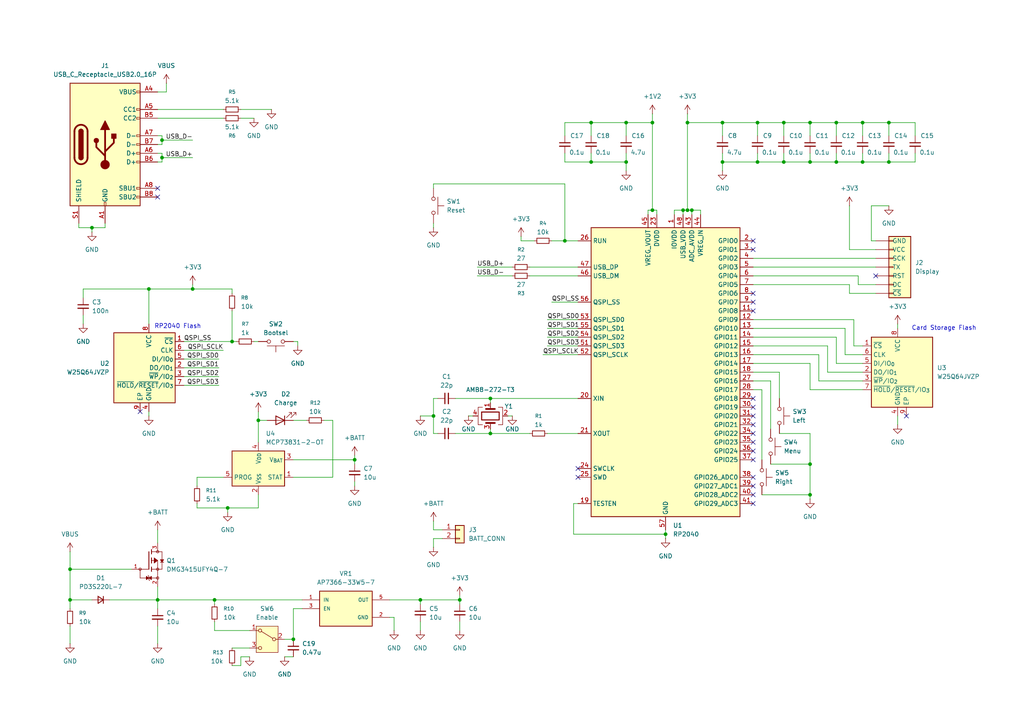
<source format=kicad_sch>
(kicad_sch
	(version 20250114)
	(generator "eeschema")
	(generator_version "9.0")
	(uuid "51e5a667-9da3-412d-8a07-8c48d4d9b9b5")
	(paper "A4")
	
	(text "Card Storage Flash\n"
		(exclude_from_sim no)
		(at 273.812 95.25 0)
		(effects
			(font
				(size 1.27 1.27)
			)
		)
		(uuid "b2493f6c-9740-4b52-8487-5ef82ce3be74")
	)
	(text "RP2040 Flash"
		(exclude_from_sim no)
		(at 51.562 94.742 0)
		(effects
			(font
				(size 1.27 1.27)
			)
		)
		(uuid "b6b90de1-2765-4a10-be1f-862e2ae106a3")
	)
	(junction
		(at 198.12 60.96)
		(diameter 0)
		(color 0 0 0 0)
		(uuid "04e4e263-9287-4555-b932-474ed7cae124")
	)
	(junction
		(at 142.24 115.57)
		(diameter 0)
		(color 0 0 0 0)
		(uuid "0ccd057f-f31c-429e-b668-1038d21affb1")
	)
	(junction
		(at 257.81 46.99)
		(diameter 0)
		(color 0 0 0 0)
		(uuid "179133d2-c99d-47cd-93df-69b7823a361d")
	)
	(junction
		(at 189.23 35.56)
		(diameter 0)
		(color 0 0 0 0)
		(uuid "181fdfb8-7d00-4b6b-a1e6-8707b2ca5fee")
	)
	(junction
		(at 193.04 154.94)
		(diameter 0)
		(color 0 0 0 0)
		(uuid "23bb8219-56e8-4e52-b54d-26fcc6a173a6")
	)
	(junction
		(at 142.24 125.73)
		(diameter 0)
		(color 0 0 0 0)
		(uuid "25732fd7-5fb5-4eb3-96e5-9c72459d79b1")
	)
	(junction
		(at 200.66 60.96)
		(diameter 0)
		(color 0 0 0 0)
		(uuid "2768f97d-14c0-49b2-8752-ffcd91d97758")
	)
	(junction
		(at 250.19 46.99)
		(diameter 0)
		(color 0 0 0 0)
		(uuid "341c9500-d26e-4328-beca-46ee37da5bc1")
	)
	(junction
		(at 163.83 69.85)
		(diameter 0)
		(color 0 0 0 0)
		(uuid "34508588-4574-439d-b9ea-cfd360f1eec1")
	)
	(junction
		(at 181.61 46.99)
		(diameter 0)
		(color 0 0 0 0)
		(uuid "34f770b1-ba09-4de3-ad62-ab0b9e29ad23")
	)
	(junction
		(at 234.95 46.99)
		(diameter 0)
		(color 0 0 0 0)
		(uuid "3b579822-a162-4e4e-a82e-2700293ba772")
	)
	(junction
		(at 250.19 35.56)
		(diameter 0)
		(color 0 0 0 0)
		(uuid "44bc5428-29cd-406c-801f-608bea48792b")
	)
	(junction
		(at 67.31 99.06)
		(diameter 0)
		(color 0 0 0 0)
		(uuid "49adfc1d-b093-4b9a-b657-11080edb6ace")
	)
	(junction
		(at 46.99 45.72)
		(diameter 0)
		(color 0 0 0 0)
		(uuid "513e5f14-d9dd-4016-92d2-ccb5aebfb85c")
	)
	(junction
		(at 242.57 46.99)
		(diameter 0)
		(color 0 0 0 0)
		(uuid "60a57dcc-5094-4509-b68e-36b900f90d92")
	)
	(junction
		(at 199.39 35.56)
		(diameter 0)
		(color 0 0 0 0)
		(uuid "62844ac0-1df6-49d6-bed6-56a6c9db4ba9")
	)
	(junction
		(at 181.61 35.56)
		(diameter 0)
		(color 0 0 0 0)
		(uuid "65452002-6d12-47da-b6fd-3191f7ba9379")
	)
	(junction
		(at 242.57 35.56)
		(diameter 0)
		(color 0 0 0 0)
		(uuid "663bbe82-1e01-49ba-9c50-f04e1891804f")
	)
	(junction
		(at 66.04 147.32)
		(diameter 0)
		(color 0 0 0 0)
		(uuid "71f6e39b-e64d-4ac7-8e43-c0921c959c0e")
	)
	(junction
		(at 55.88 83.82)
		(diameter 0)
		(color 0 0 0 0)
		(uuid "729b8362-45a8-4bbc-9fc3-02890e402129")
	)
	(junction
		(at 209.55 46.99)
		(diameter 0)
		(color 0 0 0 0)
		(uuid "72c852a3-ed71-4ad2-a1c2-9b7ae6d69276")
	)
	(junction
		(at 171.45 46.99)
		(diameter 0)
		(color 0 0 0 0)
		(uuid "73b1b934-4ebc-4ee8-98ce-0f05df23028e")
	)
	(junction
		(at 209.55 35.56)
		(diameter 0)
		(color 0 0 0 0)
		(uuid "81426f2d-7f31-43cf-87eb-2ae3206ab840")
	)
	(junction
		(at 257.81 35.56)
		(diameter 0)
		(color 0 0 0 0)
		(uuid "86699519-0787-4df1-ac05-fbf24a476144")
	)
	(junction
		(at 121.92 173.99)
		(diameter 0)
		(color 0 0 0 0)
		(uuid "8818f8ad-d1f7-418a-98a8-8e3af75ce818")
	)
	(junction
		(at 171.45 35.56)
		(diameter 0)
		(color 0 0 0 0)
		(uuid "8d92bb26-f953-426a-b8b4-0ce1cf750461")
	)
	(junction
		(at 85.09 185.42)
		(diameter 0)
		(color 0 0 0 0)
		(uuid "914dcd57-af70-4ef7-a36d-57ddc3270651")
	)
	(junction
		(at 45.72 173.99)
		(diameter 0)
		(color 0 0 0 0)
		(uuid "921bc78b-f6cf-4c5a-98cf-abb9f07df899")
	)
	(junction
		(at 199.39 60.96)
		(diameter 0)
		(color 0 0 0 0)
		(uuid "9abdbd43-71a8-4d26-9db7-60fb2a717842")
	)
	(junction
		(at 26.67 66.04)
		(diameter 0)
		(color 0 0 0 0)
		(uuid "9f02e5c3-a592-4764-a03d-6665b2c84e6a")
	)
	(junction
		(at 43.18 83.82)
		(diameter 0)
		(color 0 0 0 0)
		(uuid "a941e31f-2ce8-4fd3-891f-69f5b061dce5")
	)
	(junction
		(at 189.23 60.96)
		(diameter 0)
		(color 0 0 0 0)
		(uuid "af8860e5-bdfa-4ef1-8185-92d3eae6c2a9")
	)
	(junction
		(at 234.95 134.62)
		(diameter 0)
		(color 0 0 0 0)
		(uuid "b3c0d0da-f95e-42e4-8b1f-55bab0f669ae")
	)
	(junction
		(at 74.93 121.92)
		(diameter 0)
		(color 0 0 0 0)
		(uuid "b7be2e9e-8aba-4c9a-989b-0a022792a432")
	)
	(junction
		(at 46.99 40.64)
		(diameter 0)
		(color 0 0 0 0)
		(uuid "c0d3f42f-4c64-4484-926e-024f3d5a76cd")
	)
	(junction
		(at 20.32 173.99)
		(diameter 0)
		(color 0 0 0 0)
		(uuid "c4fab2b9-9009-46f0-ac0b-bc47cff9a2e4")
	)
	(junction
		(at 227.33 46.99)
		(diameter 0)
		(color 0 0 0 0)
		(uuid "c6de6645-4871-44b5-ad5e-d1b60e44abb0")
	)
	(junction
		(at 234.95 35.56)
		(diameter 0)
		(color 0 0 0 0)
		(uuid "cc42071f-a909-433c-a4cd-6b5463438d36")
	)
	(junction
		(at 227.33 35.56)
		(diameter 0)
		(color 0 0 0 0)
		(uuid "d5bc573e-cd66-49a0-a669-350499881fbd")
	)
	(junction
		(at 219.71 46.99)
		(diameter 0)
		(color 0 0 0 0)
		(uuid "dc86290e-4a0b-4bc9-b004-f73178081e54")
	)
	(junction
		(at 102.87 133.35)
		(diameter 0)
		(color 0 0 0 0)
		(uuid "dc9511f2-a3e5-41b3-84a0-e06b1057446b")
	)
	(junction
		(at 62.23 173.99)
		(diameter 0)
		(color 0 0 0 0)
		(uuid "dca4e751-3f80-4bcc-b8e2-194e931cec23")
	)
	(junction
		(at 219.71 35.56)
		(diameter 0)
		(color 0 0 0 0)
		(uuid "e602e52d-6655-4be8-9c5d-8a73f288866d")
	)
	(junction
		(at 234.95 143.51)
		(diameter 0)
		(color 0 0 0 0)
		(uuid "edf7802b-c27c-4f92-868b-0bf94d71676d")
	)
	(junction
		(at 20.32 165.1)
		(diameter 0)
		(color 0 0 0 0)
		(uuid "ee5e346c-460c-488e-bb0e-28372d48a784")
	)
	(junction
		(at 125.73 120.65)
		(diameter 0)
		(color 0 0 0 0)
		(uuid "f4e924c9-84d9-4774-b319-0a806c64bc18")
	)
	(junction
		(at 133.35 173.99)
		(diameter 0)
		(color 0 0 0 0)
		(uuid "ff6775ba-722e-4b50-ba6a-f361a0a91353")
	)
	(no_connect
		(at 218.44 72.39)
		(uuid "06917002-ef9d-4bb5-989e-f44db4edba0a")
	)
	(no_connect
		(at 218.44 90.17)
		(uuid "2246ee6a-7213-486e-ac54-d40393114243")
	)
	(no_connect
		(at 218.44 115.57)
		(uuid "22b815b6-1853-4d71-a9b8-3a8bdeffae59")
	)
	(no_connect
		(at 218.44 69.85)
		(uuid "2bcc0ebc-f589-4d20-9029-3fd032c0d68d")
	)
	(no_connect
		(at 45.72 57.15)
		(uuid "2f3404ab-f8b9-4cba-83c8-93baa7fff796")
	)
	(no_connect
		(at 254 80.01)
		(uuid "3974ecbc-b67d-4983-a6d9-e30ae48ab4eb")
	)
	(no_connect
		(at 167.64 135.89)
		(uuid "3b5d0dcf-bdf3-4132-836c-4026e1c59f70")
	)
	(no_connect
		(at 218.44 120.65)
		(uuid "4897f280-de56-4af0-bc86-e84c3a73693d")
	)
	(no_connect
		(at 218.44 125.73)
		(uuid "6a22d5d7-a733-4cbd-869c-dc68d063c7ee")
	)
	(no_connect
		(at 40.64 119.38)
		(uuid "6a3121ac-6991-4bd1-8bdf-1c1da9ed577b")
	)
	(no_connect
		(at 218.44 146.05)
		(uuid "6edab031-caf3-47c7-a555-1881ed8fbd01")
	)
	(no_connect
		(at 218.44 123.19)
		(uuid "74cfe3e1-79b2-4beb-af52-538120b65f5a")
	)
	(no_connect
		(at 218.44 118.11)
		(uuid "8114ca09-4028-4ab9-a9b2-9cc84784fc0a")
	)
	(no_connect
		(at 218.44 128.27)
		(uuid "8807f4ff-a7de-4b52-bf67-b845f95f2815")
	)
	(no_connect
		(at 218.44 138.43)
		(uuid "95396f77-d9c7-4f33-be74-0337608489e8")
	)
	(no_connect
		(at 218.44 85.09)
		(uuid "a2f364c6-658b-4106-9a8d-f0f4e28205c9")
	)
	(no_connect
		(at 218.44 140.97)
		(uuid "a53622ac-7a68-4d67-9d93-687450a0d9c9")
	)
	(no_connect
		(at 218.44 133.35)
		(uuid "a58135eb-05c8-4201-a25d-4a5bcc995b7c")
	)
	(no_connect
		(at 167.64 138.43)
		(uuid "b6e8a27c-c63f-456b-8908-4a935586e0e8")
	)
	(no_connect
		(at 45.72 54.61)
		(uuid "b98dc27c-8fe1-4235-9216-a6bd953f9b94")
	)
	(no_connect
		(at 218.44 143.51)
		(uuid "dcb788bb-d823-4c35-9b19-3feb3b6cb031")
	)
	(no_connect
		(at 218.44 130.81)
		(uuid "df1a1ab1-286f-4c8b-9513-071ec284f49f")
	)
	(no_connect
		(at 262.89 120.65)
		(uuid "e43719ba-846b-4966-84cb-634c68ce3d79")
	)
	(no_connect
		(at 218.44 87.63)
		(uuid "f803768b-abd7-4fd3-b6fe-61624fe10b7c")
	)
	(wire
		(pts
			(xy 252.73 59.69) (xy 252.73 69.85)
		)
		(stroke
			(width 0)
			(type default)
		)
		(uuid "033dd43d-8afc-4d4a-91fd-195af130cc29")
	)
	(wire
		(pts
			(xy 234.95 105.41) (xy 234.95 113.03)
		)
		(stroke
			(width 0)
			(type default)
		)
		(uuid "04bfa133-70a3-4731-ba1f-3538516e58ad")
	)
	(wire
		(pts
			(xy 242.57 105.41) (xy 250.19 105.41)
		)
		(stroke
			(width 0)
			(type default)
		)
		(uuid "04f41962-9741-4a2e-b3ed-a1fc7dc04d50")
	)
	(wire
		(pts
			(xy 20.32 181.61) (xy 20.32 186.69)
		)
		(stroke
			(width 0)
			(type default)
		)
		(uuid "0741d540-5d31-4690-98a3-5c2ff5bfd18d")
	)
	(wire
		(pts
			(xy 218.44 82.55) (xy 246.38 82.55)
		)
		(stroke
			(width 0)
			(type default)
		)
		(uuid "089d971d-9215-490b-8af8-0d5129c08e88")
	)
	(wire
		(pts
			(xy 132.08 115.57) (xy 142.24 115.57)
		)
		(stroke
			(width 0)
			(type default)
		)
		(uuid "095ced3d-546a-4281-b33f-c186b8dc2d39")
	)
	(wire
		(pts
			(xy 46.99 40.64) (xy 55.88 40.64)
		)
		(stroke
			(width 0)
			(type default)
		)
		(uuid "0a2904bb-299a-4ada-ae8e-cb356827f73f")
	)
	(wire
		(pts
			(xy 43.18 83.82) (xy 43.18 93.98)
		)
		(stroke
			(width 0)
			(type default)
		)
		(uuid "0af19f56-50bc-44e7-a189-b42d9e48624b")
	)
	(wire
		(pts
			(xy 67.31 99.06) (xy 67.31 90.17)
		)
		(stroke
			(width 0)
			(type default)
		)
		(uuid "0bb65267-a956-4884-85ce-6f2aa516d321")
	)
	(wire
		(pts
			(xy 171.45 35.56) (xy 163.83 35.56)
		)
		(stroke
			(width 0)
			(type default)
		)
		(uuid "0dfbc172-da37-47b7-baeb-9d771ef16afd")
	)
	(wire
		(pts
			(xy 153.67 77.47) (xy 167.64 77.47)
		)
		(stroke
			(width 0)
			(type default)
		)
		(uuid "0e5c0e87-9714-4bf0-9e2c-6b479e1a770f")
	)
	(wire
		(pts
			(xy 158.75 100.33) (xy 167.64 100.33)
		)
		(stroke
			(width 0)
			(type default)
		)
		(uuid "0ea7223e-9838-4fb0-90e3-90f56082d446")
	)
	(wire
		(pts
			(xy 82.55 190.5) (xy 85.09 190.5)
		)
		(stroke
			(width 0)
			(type default)
		)
		(uuid "0ed9ad70-9458-43ee-b3f7-3aaf83223aa7")
	)
	(wire
		(pts
			(xy 30.48 64.77) (xy 30.48 66.04)
		)
		(stroke
			(width 0)
			(type default)
		)
		(uuid "0f0a227c-eca7-4df8-bf9f-3641f7fcce02")
	)
	(wire
		(pts
			(xy 252.73 69.85) (xy 254 69.85)
		)
		(stroke
			(width 0)
			(type default)
		)
		(uuid "0fc61d0a-5cdf-4ed4-94d5-b157eb47d35a")
	)
	(wire
		(pts
			(xy 133.35 173.99) (xy 133.35 175.26)
		)
		(stroke
			(width 0)
			(type default)
		)
		(uuid "11bd8347-2cef-4810-b440-3479f1c82ba6")
	)
	(wire
		(pts
			(xy 45.72 44.45) (xy 46.99 44.45)
		)
		(stroke
			(width 0)
			(type default)
		)
		(uuid "12963d72-e203-4278-aa46-ce05e5d6b791")
	)
	(wire
		(pts
			(xy 163.83 53.34) (xy 163.83 69.85)
		)
		(stroke
			(width 0)
			(type default)
		)
		(uuid "12a34aeb-bea9-48ba-a9b1-bf6dd4c39bcd")
	)
	(wire
		(pts
			(xy 234.95 125.73) (xy 234.95 134.62)
		)
		(stroke
			(width 0)
			(type default)
		)
		(uuid "12afdfc1-befd-4190-a8ac-9c86e55b6dcc")
	)
	(wire
		(pts
			(xy 209.55 35.56) (xy 219.71 35.56)
		)
		(stroke
			(width 0)
			(type default)
		)
		(uuid "13067d37-6cd5-4968-a421-420ede9c74a6")
	)
	(wire
		(pts
			(xy 67.31 83.82) (xy 55.88 83.82)
		)
		(stroke
			(width 0)
			(type default)
		)
		(uuid "137890e3-055c-487e-82c9-f579e13297fb")
	)
	(wire
		(pts
			(xy 209.55 46.99) (xy 209.55 49.53)
		)
		(stroke
			(width 0)
			(type default)
		)
		(uuid "147ae54b-c37f-4669-85d3-10754718fc84")
	)
	(wire
		(pts
			(xy 195.58 62.23) (xy 195.58 60.96)
		)
		(stroke
			(width 0)
			(type default)
		)
		(uuid "1687409d-82b4-478c-9ea1-79078b662a89")
	)
	(wire
		(pts
			(xy 102.87 132.08) (xy 102.87 133.35)
		)
		(stroke
			(width 0)
			(type default)
		)
		(uuid "17231042-b062-4363-b2a5-d9e2801aa252")
	)
	(wire
		(pts
			(xy 69.85 31.75) (xy 78.74 31.75)
		)
		(stroke
			(width 0)
			(type default)
		)
		(uuid "1983a618-5fe1-4f63-882d-37c2c0164fc3")
	)
	(wire
		(pts
			(xy 62.23 180.34) (xy 62.23 182.88)
		)
		(stroke
			(width 0)
			(type default)
		)
		(uuid "1a301e4f-26ef-4c64-8372-4870ca08f885")
	)
	(wire
		(pts
			(xy 167.64 115.57) (xy 142.24 115.57)
		)
		(stroke
			(width 0)
			(type default)
		)
		(uuid "1ab84849-df86-4ff0-ab4f-b4315d2bcead")
	)
	(wire
		(pts
			(xy 46.99 40.64) (xy 46.99 41.91)
		)
		(stroke
			(width 0)
			(type default)
		)
		(uuid "1b286780-f549-446c-9dfb-86d2cb93395b")
	)
	(wire
		(pts
			(xy 113.03 173.99) (xy 121.92 173.99)
		)
		(stroke
			(width 0)
			(type default)
		)
		(uuid "1b69ef3e-fd51-4dbf-bb64-b94fee1b34f1")
	)
	(wire
		(pts
			(xy 166.37 146.05) (xy 166.37 154.94)
		)
		(stroke
			(width 0)
			(type default)
		)
		(uuid "1d388f81-1c16-45e5-852f-441eccb39aea")
	)
	(wire
		(pts
			(xy 133.35 180.34) (xy 133.35 182.88)
		)
		(stroke
			(width 0)
			(type default)
		)
		(uuid "1d46ec4b-5b37-425b-bfce-606775acd607")
	)
	(wire
		(pts
			(xy 128.27 156.21) (xy 125.73 156.21)
		)
		(stroke
			(width 0)
			(type default)
		)
		(uuid "1e2c19ae-1b2a-4d64-93ca-1a62ffee1c05")
	)
	(wire
		(pts
			(xy 199.39 35.56) (xy 209.55 35.56)
		)
		(stroke
			(width 0)
			(type default)
		)
		(uuid "1e4a162e-c0ce-4ac3-9b5c-e117776ff5a2")
	)
	(wire
		(pts
			(xy 227.33 46.99) (xy 234.95 46.99)
		)
		(stroke
			(width 0)
			(type default)
		)
		(uuid "1f132a08-58c0-4057-86b4-a2c08a4b048f")
	)
	(wire
		(pts
			(xy 85.09 185.42) (xy 85.09 176.53)
		)
		(stroke
			(width 0)
			(type default)
		)
		(uuid "213fcfef-9ff0-4767-b608-96600de63680")
	)
	(wire
		(pts
			(xy 181.61 35.56) (xy 171.45 35.56)
		)
		(stroke
			(width 0)
			(type default)
		)
		(uuid "2307e348-2196-46e0-a052-0decfb2bca47")
	)
	(wire
		(pts
			(xy 62.23 182.88) (xy 72.39 182.88)
		)
		(stroke
			(width 0)
			(type default)
		)
		(uuid "23df1751-d1e0-4537-9b78-98f698ee924d")
	)
	(wire
		(pts
			(xy 132.08 125.73) (xy 142.24 125.73)
		)
		(stroke
			(width 0)
			(type default)
		)
		(uuid "251c7a5c-0f5c-4690-8d1c-1a249da1e55b")
	)
	(wire
		(pts
			(xy 147.32 120.65) (xy 148.59 120.65)
		)
		(stroke
			(width 0)
			(type default)
		)
		(uuid "2543dd5f-37eb-43f2-9580-ac688ac3c702")
	)
	(wire
		(pts
			(xy 248.92 82.55) (xy 254 82.55)
		)
		(stroke
			(width 0)
			(type default)
		)
		(uuid "2677fd11-d9ef-45c7-801b-42228da09f67")
	)
	(wire
		(pts
			(xy 171.45 44.45) (xy 171.45 46.99)
		)
		(stroke
			(width 0)
			(type default)
		)
		(uuid "26826f4e-43e3-4fca-9b7d-75a334aa3e50")
	)
	(wire
		(pts
			(xy 86.36 99.06) (xy 86.36 100.33)
		)
		(stroke
			(width 0)
			(type default)
		)
		(uuid "26d4c884-4d08-44ee-8b55-e385d080487a")
	)
	(wire
		(pts
			(xy 157.48 102.87) (xy 167.64 102.87)
		)
		(stroke
			(width 0)
			(type default)
		)
		(uuid "26dc24e0-5f7f-4c6f-9068-14f765ae8833")
	)
	(wire
		(pts
			(xy 223.52 110.49) (xy 223.52 124.46)
		)
		(stroke
			(width 0)
			(type default)
		)
		(uuid "27eb606e-06e5-4fb1-a36c-a11cd46deebc")
	)
	(wire
		(pts
			(xy 171.45 39.37) (xy 171.45 35.56)
		)
		(stroke
			(width 0)
			(type default)
		)
		(uuid "27f78169-1f5c-4811-aa0f-e4959ea4d81f")
	)
	(wire
		(pts
			(xy 219.71 46.99) (xy 227.33 46.99)
		)
		(stroke
			(width 0)
			(type default)
		)
		(uuid "28e58e87-bf2c-4671-a90e-94a1a4315edd")
	)
	(wire
		(pts
			(xy 62.23 173.99) (xy 87.63 173.99)
		)
		(stroke
			(width 0)
			(type default)
		)
		(uuid "29569bd5-1092-49f0-aa7a-015d6ecb301b")
	)
	(wire
		(pts
			(xy 69.85 34.29) (xy 73.66 34.29)
		)
		(stroke
			(width 0)
			(type default)
		)
		(uuid "29f082c1-3731-4d35-a2f7-a1906cf5e613")
	)
	(wire
		(pts
			(xy 153.67 80.01) (xy 167.64 80.01)
		)
		(stroke
			(width 0)
			(type default)
		)
		(uuid "2a67c135-8848-401f-a7bc-90a2c34a6d8b")
	)
	(wire
		(pts
			(xy 53.34 109.22) (xy 63.5 109.22)
		)
		(stroke
			(width 0)
			(type default)
		)
		(uuid "2ae49fe1-58e5-4084-af42-2feeccb277e8")
	)
	(wire
		(pts
			(xy 138.43 80.01) (xy 148.59 80.01)
		)
		(stroke
			(width 0)
			(type default)
		)
		(uuid "2ae9ad51-09fc-400d-afef-d3d10b4004b4")
	)
	(wire
		(pts
			(xy 218.44 92.71) (xy 247.65 92.71)
		)
		(stroke
			(width 0)
			(type default)
		)
		(uuid "2c4e83ae-39e0-4746-ab2a-6b6144202280")
	)
	(wire
		(pts
			(xy 218.44 74.93) (xy 254 74.93)
		)
		(stroke
			(width 0)
			(type default)
		)
		(uuid "2cdb1ac1-e8da-481b-8eaf-9bda2c6c7dd4")
	)
	(wire
		(pts
			(xy 125.73 115.57) (xy 125.73 120.65)
		)
		(stroke
			(width 0)
			(type default)
		)
		(uuid "2e861be4-2f27-462f-ae34-8d493c9aba7e")
	)
	(wire
		(pts
			(xy 193.04 156.21) (xy 193.04 154.94)
		)
		(stroke
			(width 0)
			(type default)
		)
		(uuid "2f98b799-9f10-4c24-9ca4-3506e36c8d89")
	)
	(wire
		(pts
			(xy 158.75 92.71) (xy 167.64 92.71)
		)
		(stroke
			(width 0)
			(type default)
		)
		(uuid "371df470-6efb-47b0-a44b-4d42a88a6488")
	)
	(wire
		(pts
			(xy 242.57 35.56) (xy 234.95 35.56)
		)
		(stroke
			(width 0)
			(type default)
		)
		(uuid "3745fca4-3717-4343-b292-0720abb354e4")
	)
	(wire
		(pts
			(xy 160.02 69.85) (xy 163.83 69.85)
		)
		(stroke
			(width 0)
			(type default)
		)
		(uuid "383f3fb5-e282-4787-8dcc-ea42dbe3bb40")
	)
	(wire
		(pts
			(xy 181.61 35.56) (xy 181.61 39.37)
		)
		(stroke
			(width 0)
			(type default)
		)
		(uuid "38d35693-287d-4b9c-9886-41050d29edf7")
	)
	(wire
		(pts
			(xy 82.55 185.42) (xy 85.09 185.42)
		)
		(stroke
			(width 0)
			(type default)
		)
		(uuid "391a3abc-bf4b-49ed-a2ba-b3cd9b364d4f")
	)
	(wire
		(pts
			(xy 151.13 68.58) (xy 151.13 69.85)
		)
		(stroke
			(width 0)
			(type default)
		)
		(uuid "3af09a35-ca55-48d5-a925-8dadbb7eb615")
	)
	(wire
		(pts
			(xy 234.95 46.99) (xy 242.57 46.99)
		)
		(stroke
			(width 0)
			(type default)
		)
		(uuid "3afb90f7-f6b6-482b-9ea5-8cb9c452f4e5")
	)
	(wire
		(pts
			(xy 142.24 124.46) (xy 142.24 125.73)
		)
		(stroke
			(width 0)
			(type default)
		)
		(uuid "3c2a91f4-d895-44a3-9b2f-9d6957f99e3d")
	)
	(wire
		(pts
			(xy 193.04 154.94) (xy 166.37 154.94)
		)
		(stroke
			(width 0)
			(type default)
		)
		(uuid "3cb522c3-404b-4ebd-8b37-aacae2625ac5")
	)
	(wire
		(pts
			(xy 260.35 93.98) (xy 260.35 95.25)
		)
		(stroke
			(width 0)
			(type default)
		)
		(uuid "3da99db7-65d1-4d9f-b056-92d90605ec31")
	)
	(wire
		(pts
			(xy 190.5 62.23) (xy 190.5 60.96)
		)
		(stroke
			(width 0)
			(type default)
		)
		(uuid "3dc02ea0-f022-4087-9562-ebec5b3d970b")
	)
	(wire
		(pts
			(xy 257.81 59.69) (xy 252.73 59.69)
		)
		(stroke
			(width 0)
			(type default)
		)
		(uuid "3e4a6084-b1cd-4bce-94b4-b98bd209f468")
	)
	(wire
		(pts
			(xy 125.73 53.34) (xy 163.83 53.34)
		)
		(stroke
			(width 0)
			(type default)
		)
		(uuid "3ea2fab9-bfe9-408b-92fe-2af78d6ec0ed")
	)
	(wire
		(pts
			(xy 45.72 153.67) (xy 45.72 157.48)
		)
		(stroke
			(width 0)
			(type default)
		)
		(uuid "3fc02778-0bd3-4608-9c08-aad36756bf48")
	)
	(wire
		(pts
			(xy 125.73 125.73) (xy 125.73 120.65)
		)
		(stroke
			(width 0)
			(type default)
		)
		(uuid "41caabb7-565f-43f3-8758-9b936507f447")
	)
	(wire
		(pts
			(xy 220.98 143.51) (xy 234.95 143.51)
		)
		(stroke
			(width 0)
			(type default)
		)
		(uuid "4200eb33-cbaf-49c5-af85-40dce12aed32")
	)
	(wire
		(pts
			(xy 26.67 66.04) (xy 26.67 67.31)
		)
		(stroke
			(width 0)
			(type default)
		)
		(uuid "42093340-698b-46c2-86e4-a7ba2f9cf033")
	)
	(wire
		(pts
			(xy 265.43 44.45) (xy 265.43 46.99)
		)
		(stroke
			(width 0)
			(type default)
		)
		(uuid "426ddcdc-6b42-4f43-a331-f7b4348dec57")
	)
	(wire
		(pts
			(xy 250.19 35.56) (xy 257.81 35.56)
		)
		(stroke
			(width 0)
			(type default)
		)
		(uuid "428cd448-7824-4b88-992c-355e97ec1816")
	)
	(wire
		(pts
			(xy 234.95 44.45) (xy 234.95 46.99)
		)
		(stroke
			(width 0)
			(type default)
		)
		(uuid "42e6ec40-00b0-47bb-9726-81e38a97a499")
	)
	(wire
		(pts
			(xy 127 125.73) (xy 125.73 125.73)
		)
		(stroke
			(width 0)
			(type default)
		)
		(uuid "436ca97e-9de4-4603-8fc4-f59b3b7cc14f")
	)
	(wire
		(pts
			(xy 234.95 35.56) (xy 227.33 35.56)
		)
		(stroke
			(width 0)
			(type default)
		)
		(uuid "458f21bc-c9b2-4013-b212-e942218a5dbc")
	)
	(wire
		(pts
			(xy 22.86 66.04) (xy 26.67 66.04)
		)
		(stroke
			(width 0)
			(type default)
		)
		(uuid "46b29250-06ab-4d3d-bc03-678d13ec7390")
	)
	(wire
		(pts
			(xy 113.03 179.07) (xy 114.3 179.07)
		)
		(stroke
			(width 0)
			(type default)
		)
		(uuid "46d13e6a-ad90-4aaa-9160-6d2357c6625f")
	)
	(wire
		(pts
			(xy 85.09 176.53) (xy 87.63 176.53)
		)
		(stroke
			(width 0)
			(type default)
		)
		(uuid "49a1e878-3e3a-4234-93a0-7abf983452d8")
	)
	(wire
		(pts
			(xy 160.02 87.63) (xy 167.64 87.63)
		)
		(stroke
			(width 0)
			(type default)
		)
		(uuid "4d8a18cd-69a0-4544-9305-705c0c27ec7d")
	)
	(wire
		(pts
			(xy 57.15 138.43) (xy 57.15 140.97)
		)
		(stroke
			(width 0)
			(type default)
		)
		(uuid "4f0b3f07-fa60-42a2-958e-71d61cfacb2f")
	)
	(wire
		(pts
			(xy 209.55 46.99) (xy 219.71 46.99)
		)
		(stroke
			(width 0)
			(type default)
		)
		(uuid "4f882cc8-13cd-4582-ac1b-c0c4bffcebdf")
	)
	(wire
		(pts
			(xy 257.81 46.99) (xy 265.43 46.99)
		)
		(stroke
			(width 0)
			(type default)
		)
		(uuid "50d7a585-de6a-4baf-894f-37513d5cd3d5")
	)
	(wire
		(pts
			(xy 218.44 80.01) (xy 248.92 80.01)
		)
		(stroke
			(width 0)
			(type default)
		)
		(uuid "513818c9-81dd-4091-a993-629ea6d01286")
	)
	(wire
		(pts
			(xy 158.75 97.79) (xy 167.64 97.79)
		)
		(stroke
			(width 0)
			(type default)
		)
		(uuid "51d7070c-18cc-4cbd-af7e-95b29883d86d")
	)
	(wire
		(pts
			(xy 45.72 31.75) (xy 64.77 31.75)
		)
		(stroke
			(width 0)
			(type default)
		)
		(uuid "53b97f3f-73d8-4a0b-a839-43e514f7421d")
	)
	(wire
		(pts
			(xy 245.11 95.25) (xy 245.11 102.87)
		)
		(stroke
			(width 0)
			(type default)
		)
		(uuid "550f15ac-baab-416a-aad5-db1eb5cb409f")
	)
	(wire
		(pts
			(xy 45.72 181.61) (xy 45.72 186.69)
		)
		(stroke
			(width 0)
			(type default)
		)
		(uuid "5675ea2c-4b69-40d6-b5c4-ff1e4f5567ba")
	)
	(wire
		(pts
			(xy 31.75 173.99) (xy 45.72 173.99)
		)
		(stroke
			(width 0)
			(type default)
		)
		(uuid "573d74d5-e3c9-4e96-8f09-96cf594b9a2a")
	)
	(wire
		(pts
			(xy 163.83 44.45) (xy 163.83 46.99)
		)
		(stroke
			(width 0)
			(type default)
		)
		(uuid "579ba6c4-ccf2-46b2-82ec-690461634b3a")
	)
	(wire
		(pts
			(xy 55.88 82.55) (xy 55.88 83.82)
		)
		(stroke
			(width 0)
			(type default)
		)
		(uuid "58775bd9-c521-4603-955a-c2c7b31ae312")
	)
	(wire
		(pts
			(xy 247.65 100.33) (xy 250.19 100.33)
		)
		(stroke
			(width 0)
			(type default)
		)
		(uuid "5951e37e-b3bd-48df-856e-de20c8391f4e")
	)
	(wire
		(pts
			(xy 189.23 33.02) (xy 189.23 35.56)
		)
		(stroke
			(width 0)
			(type default)
		)
		(uuid "599e0b21-d886-4d0c-a8c3-b5d7566e844b")
	)
	(wire
		(pts
			(xy 67.31 99.06) (xy 68.58 99.06)
		)
		(stroke
			(width 0)
			(type default)
		)
		(uuid "5a6f2ed6-3d06-4625-ae77-5a8f8764cc6e")
	)
	(wire
		(pts
			(xy 187.96 60.96) (xy 187.96 62.23)
		)
		(stroke
			(width 0)
			(type default)
		)
		(uuid "5ab5933a-587e-491f-9cb8-598fb3850000")
	)
	(wire
		(pts
			(xy 265.43 35.56) (xy 265.43 39.37)
		)
		(stroke
			(width 0)
			(type default)
		)
		(uuid "5d62385b-c13e-4475-8668-88f413bf85a3")
	)
	(wire
		(pts
			(xy 193.04 154.94) (xy 193.04 153.67)
		)
		(stroke
			(width 0)
			(type default)
		)
		(uuid "5ddc2f05-6f9e-4913-bbea-6b5109c2ed47")
	)
	(wire
		(pts
			(xy 73.66 99.06) (xy 74.93 99.06)
		)
		(stroke
			(width 0)
			(type default)
		)
		(uuid "5e6bf5f6-2b8f-4d99-85ed-c7555cb2edf3")
	)
	(wire
		(pts
			(xy 74.93 143.51) (xy 74.93 147.32)
		)
		(stroke
			(width 0)
			(type default)
		)
		(uuid "605d610d-30a5-4b46-9bf6-e5a1d96d2ce3")
	)
	(wire
		(pts
			(xy 181.61 46.99) (xy 181.61 49.53)
		)
		(stroke
			(width 0)
			(type default)
		)
		(uuid "60704de5-c797-4239-a69c-1052e9207d4f")
	)
	(wire
		(pts
			(xy 234.95 113.03) (xy 250.19 113.03)
		)
		(stroke
			(width 0)
			(type default)
		)
		(uuid "6107c670-1341-4144-9f7d-b76b858d6074")
	)
	(wire
		(pts
			(xy 74.93 119.38) (xy 74.93 121.92)
		)
		(stroke
			(width 0)
			(type default)
		)
		(uuid "614e011f-d265-4048-9135-c99daf01e361")
	)
	(wire
		(pts
			(xy 237.49 102.87) (xy 237.49 110.49)
		)
		(stroke
			(width 0)
			(type default)
		)
		(uuid "61fc60db-b3ed-4986-a846-8d2f90cdd896")
	)
	(wire
		(pts
			(xy 26.67 66.04) (xy 30.48 66.04)
		)
		(stroke
			(width 0)
			(type default)
		)
		(uuid "6439094c-ddb6-4fb3-9dc6-a7c2f048e233")
	)
	(wire
		(pts
			(xy 69.85 193.04) (xy 69.85 190.5)
		)
		(stroke
			(width 0)
			(type default)
		)
		(uuid "6451a489-0eb2-458b-a859-bc062a9032c6")
	)
	(wire
		(pts
			(xy 46.99 45.72) (xy 55.88 45.72)
		)
		(stroke
			(width 0)
			(type default)
		)
		(uuid "66d665d9-ffb9-4480-95bc-1a16cae97527")
	)
	(wire
		(pts
			(xy 77.47 121.92) (xy 74.93 121.92)
		)
		(stroke
			(width 0)
			(type default)
		)
		(uuid "68de596e-e825-4436-a432-c51947c4bf1f")
	)
	(wire
		(pts
			(xy 20.32 165.1) (xy 38.1 165.1)
		)
		(stroke
			(width 0)
			(type default)
		)
		(uuid "6b31f400-60df-4d40-998a-8288106d7979")
	)
	(wire
		(pts
			(xy 218.44 97.79) (xy 242.57 97.79)
		)
		(stroke
			(width 0)
			(type default)
		)
		(uuid "6ddf6518-af86-4dff-962f-d7cc786997e5")
	)
	(wire
		(pts
			(xy 227.33 44.45) (xy 227.33 46.99)
		)
		(stroke
			(width 0)
			(type default)
		)
		(uuid "6efcc1bd-03aa-48b1-a54b-0a768b1f3ad8")
	)
	(wire
		(pts
			(xy 20.32 160.02) (xy 20.32 165.1)
		)
		(stroke
			(width 0)
			(type default)
		)
		(uuid "6f9d3839-5e79-4c08-80dd-e130dc23358a")
	)
	(wire
		(pts
			(xy 151.13 69.85) (xy 154.94 69.85)
		)
		(stroke
			(width 0)
			(type default)
		)
		(uuid "7043a6b9-989e-4344-80bd-fc4a01bcd2b7")
	)
	(wire
		(pts
			(xy 257.81 44.45) (xy 257.81 46.99)
		)
		(stroke
			(width 0)
			(type default)
		)
		(uuid "72460a2a-2904-4a87-8202-817f89d07553")
	)
	(wire
		(pts
			(xy 85.09 99.06) (xy 86.36 99.06)
		)
		(stroke
			(width 0)
			(type default)
		)
		(uuid "739c17e7-89f4-4835-9aa4-5194c61c25d8")
	)
	(wire
		(pts
			(xy 45.72 26.67) (xy 48.26 26.67)
		)
		(stroke
			(width 0)
			(type default)
		)
		(uuid "742368e5-c897-4825-9aa3-a82d5b0841a5")
	)
	(wire
		(pts
			(xy 53.34 111.76) (xy 63.5 111.76)
		)
		(stroke
			(width 0)
			(type default)
		)
		(uuid "74e23660-236e-41a1-bb75-88e137280fb1")
	)
	(wire
		(pts
			(xy 250.19 44.45) (xy 250.19 46.99)
		)
		(stroke
			(width 0)
			(type default)
		)
		(uuid "758507b2-c420-44a7-9622-985b32e6ef67")
	)
	(wire
		(pts
			(xy 218.44 95.25) (xy 245.11 95.25)
		)
		(stroke
			(width 0)
			(type default)
		)
		(uuid "777f5489-032f-4beb-8f2f-d236db742c14")
	)
	(wire
		(pts
			(xy 96.52 121.92) (xy 96.52 138.43)
		)
		(stroke
			(width 0)
			(type default)
		)
		(uuid "7925d835-8020-4b77-9bbf-91942e80816a")
	)
	(wire
		(pts
			(xy 246.38 85.09) (xy 254 85.09)
		)
		(stroke
			(width 0)
			(type default)
		)
		(uuid "79a93374-7b0a-45ab-b0d0-a073d692cbb4")
	)
	(wire
		(pts
			(xy 125.73 156.21) (xy 125.73 158.75)
		)
		(stroke
			(width 0)
			(type default)
		)
		(uuid "7ab0cce2-3e1e-4553-b0f6-4d70b525be79")
	)
	(wire
		(pts
			(xy 45.72 170.18) (xy 45.72 173.99)
		)
		(stroke
			(width 0)
			(type default)
		)
		(uuid "7b8ddacf-cdc6-47b3-80ed-aafeb83687ab")
	)
	(wire
		(pts
			(xy 142.24 115.57) (xy 142.24 116.84)
		)
		(stroke
			(width 0)
			(type default)
		)
		(uuid "7d89cb8f-ce57-4825-8925-942f0cce7c96")
	)
	(wire
		(pts
			(xy 121.92 173.99) (xy 121.92 175.26)
		)
		(stroke
			(width 0)
			(type default)
		)
		(uuid "7da22488-41db-4802-929c-a76c26ea8ae8")
	)
	(wire
		(pts
			(xy 46.99 45.72) (xy 46.99 46.99)
		)
		(stroke
			(width 0)
			(type default)
		)
		(uuid "8056657b-5855-4dba-a555-a53e4178a7ac")
	)
	(wire
		(pts
			(xy 85.09 133.35) (xy 102.87 133.35)
		)
		(stroke
			(width 0)
			(type default)
		)
		(uuid "8077aa45-0eeb-4c8e-921e-a13aa4c92a7a")
	)
	(wire
		(pts
			(xy 219.71 44.45) (xy 219.71 46.99)
		)
		(stroke
			(width 0)
			(type default)
		)
		(uuid "8084b3c1-a58a-43a9-a9f3-0bfbd7072929")
	)
	(wire
		(pts
			(xy 189.23 60.96) (xy 187.96 60.96)
		)
		(stroke
			(width 0)
			(type default)
		)
		(uuid "80a5f0c7-1aa3-4ddb-b3b2-901ead270a0a")
	)
	(wire
		(pts
			(xy 240.03 100.33) (xy 240.03 107.95)
		)
		(stroke
			(width 0)
			(type default)
		)
		(uuid "810cb1d4-f244-4396-a3e5-2cdfc80f4a1f")
	)
	(wire
		(pts
			(xy 67.31 187.96) (xy 72.39 187.96)
		)
		(stroke
			(width 0)
			(type default)
		)
		(uuid "81e82156-3ef1-4a02-9abd-3ec9f8f6a263")
	)
	(wire
		(pts
			(xy 24.13 83.82) (xy 43.18 83.82)
		)
		(stroke
			(width 0)
			(type default)
		)
		(uuid "85d9fede-ce2d-4eb6-a6fe-88989ad1f4bb")
	)
	(wire
		(pts
			(xy 45.72 173.99) (xy 45.72 176.53)
		)
		(stroke
			(width 0)
			(type default)
		)
		(uuid "861dabdb-98e4-4256-ab01-8a14b5d8c6c1")
	)
	(wire
		(pts
			(xy 62.23 173.99) (xy 62.23 175.26)
		)
		(stroke
			(width 0)
			(type default)
		)
		(uuid "87846538-f284-48de-9da9-84c310cf3507")
	)
	(wire
		(pts
			(xy 66.04 148.59) (xy 66.04 147.32)
		)
		(stroke
			(width 0)
			(type default)
		)
		(uuid "88be1a9a-4e28-48f8-afcc-821023d34f3a")
	)
	(wire
		(pts
			(xy 66.04 147.32) (xy 74.93 147.32)
		)
		(stroke
			(width 0)
			(type default)
		)
		(uuid "8a2ac6e0-e1bd-46c7-8f7f-e875ad9a7192")
	)
	(wire
		(pts
			(xy 138.43 77.47) (xy 148.59 77.47)
		)
		(stroke
			(width 0)
			(type default)
		)
		(uuid "8a8493d5-f90c-4283-a561-c8875749f341")
	)
	(wire
		(pts
			(xy 125.73 151.13) (xy 125.73 153.67)
		)
		(stroke
			(width 0)
			(type default)
		)
		(uuid "8b31ab53-80aa-43b9-b1f6-f14e7747e824")
	)
	(wire
		(pts
			(xy 242.57 39.37) (xy 242.57 35.56)
		)
		(stroke
			(width 0)
			(type default)
		)
		(uuid "8c4de42c-1227-4a41-9be6-32aeee8fd5b8")
	)
	(wire
		(pts
			(xy 69.85 190.5) (xy 72.39 190.5)
		)
		(stroke
			(width 0)
			(type default)
		)
		(uuid "8dca0975-b7a8-43ce-8163-dd881925aa1f")
	)
	(wire
		(pts
			(xy 246.38 72.39) (xy 246.38 59.69)
		)
		(stroke
			(width 0)
			(type default)
		)
		(uuid "8e0d8d04-c788-484a-8f66-273c1045b25d")
	)
	(wire
		(pts
			(xy 227.33 35.56) (xy 219.71 35.56)
		)
		(stroke
			(width 0)
			(type default)
		)
		(uuid "8f58803b-1d5d-459d-b717-364c6a6bb61d")
	)
	(wire
		(pts
			(xy 57.15 146.05) (xy 57.15 147.32)
		)
		(stroke
			(width 0)
			(type default)
		)
		(uuid "9186d4e2-88f2-4d28-b65a-37c85a448215")
	)
	(wire
		(pts
			(xy 199.39 60.96) (xy 200.66 60.96)
		)
		(stroke
			(width 0)
			(type default)
		)
		(uuid "92413226-403c-4abb-869a-bcb998f8b859")
	)
	(wire
		(pts
			(xy 242.57 46.99) (xy 250.19 46.99)
		)
		(stroke
			(width 0)
			(type default)
		)
		(uuid "9306b9aa-d9fc-486f-83a2-af4354ab9c3f")
	)
	(wire
		(pts
			(xy 242.57 44.45) (xy 242.57 46.99)
		)
		(stroke
			(width 0)
			(type default)
		)
		(uuid "93ee8dfa-b5be-4e2a-a737-d759fecf2439")
	)
	(wire
		(pts
			(xy 163.83 46.99) (xy 171.45 46.99)
		)
		(stroke
			(width 0)
			(type default)
		)
		(uuid "953f86c9-6f32-4845-9b84-d1af29c0d549")
	)
	(wire
		(pts
			(xy 257.81 35.56) (xy 265.43 35.56)
		)
		(stroke
			(width 0)
			(type default)
		)
		(uuid "96c99888-c538-486c-8631-64f112c0e128")
	)
	(wire
		(pts
			(xy 67.31 193.04) (xy 69.85 193.04)
		)
		(stroke
			(width 0)
			(type default)
		)
		(uuid "96fb4a8a-3d28-44c7-97b5-93f9e51ae762")
	)
	(wire
		(pts
			(xy 199.39 33.02) (xy 199.39 35.56)
		)
		(stroke
			(width 0)
			(type default)
		)
		(uuid "97130bf1-e67b-4228-b036-7a2e2cdce7a9")
	)
	(wire
		(pts
			(xy 102.87 139.7) (xy 102.87 140.97)
		)
		(stroke
			(width 0)
			(type default)
		)
		(uuid "974141e6-868d-441c-a4f9-38a1854a7cc0")
	)
	(wire
		(pts
			(xy 55.88 83.82) (xy 43.18 83.82)
		)
		(stroke
			(width 0)
			(type default)
		)
		(uuid "98c2c72f-4a97-45ee-931a-3e1fdc4e0346")
	)
	(wire
		(pts
			(xy 45.72 41.91) (xy 46.99 41.91)
		)
		(stroke
			(width 0)
			(type default)
		)
		(uuid "99286f22-774e-4b33-9441-d10401587df1")
	)
	(wire
		(pts
			(xy 250.19 46.99) (xy 257.81 46.99)
		)
		(stroke
			(width 0)
			(type default)
		)
		(uuid "9f535440-5404-4d8f-bd71-9b9f828faa8d")
	)
	(wire
		(pts
			(xy 67.31 85.09) (xy 67.31 83.82)
		)
		(stroke
			(width 0)
			(type default)
		)
		(uuid "a02d7655-d6b4-47d2-891c-8d8712565cd6")
	)
	(wire
		(pts
			(xy 181.61 35.56) (xy 189.23 35.56)
		)
		(stroke
			(width 0)
			(type default)
		)
		(uuid "a3681d07-1db0-4781-a43d-d135ec5e417c")
	)
	(wire
		(pts
			(xy 237.49 110.49) (xy 250.19 110.49)
		)
		(stroke
			(width 0)
			(type default)
		)
		(uuid "a4643611-c178-4a63-acbf-1f6f72aeabff")
	)
	(wire
		(pts
			(xy 247.65 92.71) (xy 247.65 100.33)
		)
		(stroke
			(width 0)
			(type default)
		)
		(uuid "a676a167-a1b2-4152-be8d-d1f4a539b7c4")
	)
	(wire
		(pts
			(xy 125.73 120.65) (xy 121.92 120.65)
		)
		(stroke
			(width 0)
			(type default)
		)
		(uuid "a6d5897a-468a-45fb-9cfc-9042954a920e")
	)
	(wire
		(pts
			(xy 219.71 35.56) (xy 219.71 39.37)
		)
		(stroke
			(width 0)
			(type default)
		)
		(uuid "a7657231-362b-45b5-96d4-31850036904c")
	)
	(wire
		(pts
			(xy 46.99 44.45) (xy 46.99 45.72)
		)
		(stroke
			(width 0)
			(type default)
		)
		(uuid "a814bdfb-f2cd-4801-8021-2b2f0c25d9d7")
	)
	(wire
		(pts
			(xy 198.12 60.96) (xy 198.12 62.23)
		)
		(stroke
			(width 0)
			(type default)
		)
		(uuid "a9395dda-1cea-4807-b439-3069722d7a69")
	)
	(wire
		(pts
			(xy 218.44 107.95) (xy 226.06 107.95)
		)
		(stroke
			(width 0)
			(type default)
		)
		(uuid "a984dcd5-1596-4fa3-b398-7a0225e74a24")
	)
	(wire
		(pts
			(xy 171.45 46.99) (xy 181.61 46.99)
		)
		(stroke
			(width 0)
			(type default)
		)
		(uuid "aaefeb8c-54f6-4160-b9b7-c8d263b483b6")
	)
	(wire
		(pts
			(xy 220.98 113.03) (xy 220.98 133.35)
		)
		(stroke
			(width 0)
			(type default)
		)
		(uuid "ab56d7e9-ff53-4f28-ae8d-a728a8bd35b2")
	)
	(wire
		(pts
			(xy 114.3 179.07) (xy 114.3 182.88)
		)
		(stroke
			(width 0)
			(type default)
		)
		(uuid "ac454a3e-468b-416c-890b-dbafecd07969")
	)
	(wire
		(pts
			(xy 163.83 69.85) (xy 167.64 69.85)
		)
		(stroke
			(width 0)
			(type default)
		)
		(uuid "b3949afc-97fb-4e5b-b2ad-6503f3504d4b")
	)
	(wire
		(pts
			(xy 125.73 54.61) (xy 125.73 53.34)
		)
		(stroke
			(width 0)
			(type default)
		)
		(uuid "b539a5ed-f204-49b4-a221-b30af3246f7d")
	)
	(wire
		(pts
			(xy 260.35 120.65) (xy 260.35 123.19)
		)
		(stroke
			(width 0)
			(type default)
		)
		(uuid "b57f27de-10e1-44fa-b5ae-8856d9259a66")
	)
	(wire
		(pts
			(xy 200.66 60.96) (xy 200.66 62.23)
		)
		(stroke
			(width 0)
			(type default)
		)
		(uuid "b913a804-90d1-4f89-9cd7-9659509bc063")
	)
	(wire
		(pts
			(xy 45.72 34.29) (xy 64.77 34.29)
		)
		(stroke
			(width 0)
			(type default)
		)
		(uuid "ba6d1091-cb16-4ae9-9144-ff6799aabe1e")
	)
	(wire
		(pts
			(xy 57.15 147.32) (xy 66.04 147.32)
		)
		(stroke
			(width 0)
			(type default)
		)
		(uuid "badb5d89-f8db-4ce5-9bb7-036c5bdd944a")
	)
	(wire
		(pts
			(xy 226.06 107.95) (xy 226.06 115.57)
		)
		(stroke
			(width 0)
			(type default)
		)
		(uuid "bae67592-69c9-4998-8182-a58dbe1f45cd")
	)
	(wire
		(pts
			(xy 203.2 60.96) (xy 203.2 62.23)
		)
		(stroke
			(width 0)
			(type default)
		)
		(uuid "bb50527e-607b-4ae4-9ead-f16ef84750f3")
	)
	(wire
		(pts
			(xy 234.95 143.51) (xy 234.95 144.78)
		)
		(stroke
			(width 0)
			(type default)
		)
		(uuid "be3e2821-4d11-461d-bf3f-2aeae120c943")
	)
	(wire
		(pts
			(xy 234.95 134.62) (xy 234.95 143.51)
		)
		(stroke
			(width 0)
			(type default)
		)
		(uuid "be5e0d7c-7767-4719-b0ec-01ab171cb974")
	)
	(wire
		(pts
			(xy 163.83 35.56) (xy 163.83 39.37)
		)
		(stroke
			(width 0)
			(type default)
		)
		(uuid "be86507c-e5f4-4503-8a5c-486b6c685554")
	)
	(wire
		(pts
			(xy 24.13 91.44) (xy 24.13 93.98)
		)
		(stroke
			(width 0)
			(type default)
		)
		(uuid "bee59e9c-bcc2-43c0-93ba-7ef984f1a29a")
	)
	(wire
		(pts
			(xy 242.57 97.79) (xy 242.57 105.41)
		)
		(stroke
			(width 0)
			(type default)
		)
		(uuid "bf1cf936-380c-4e85-8284-71ee4ef6eade")
	)
	(wire
		(pts
			(xy 198.12 60.96) (xy 199.39 60.96)
		)
		(stroke
			(width 0)
			(type default)
		)
		(uuid "c03b6e1f-3db2-4961-a38b-605343f07608")
	)
	(wire
		(pts
			(xy 48.26 26.67) (xy 48.26 24.13)
		)
		(stroke
			(width 0)
			(type default)
		)
		(uuid "c04673da-28b0-4496-98f1-efbd5c46f407")
	)
	(wire
		(pts
			(xy 158.75 95.25) (xy 167.64 95.25)
		)
		(stroke
			(width 0)
			(type default)
		)
		(uuid "c1ce6783-360f-4183-b8d0-e18956c0cc47")
	)
	(wire
		(pts
			(xy 20.32 173.99) (xy 26.67 173.99)
		)
		(stroke
			(width 0)
			(type default)
		)
		(uuid "c2121266-bc81-4e77-a117-e47598f0a27d")
	)
	(wire
		(pts
			(xy 43.18 119.38) (xy 43.18 120.65)
		)
		(stroke
			(width 0)
			(type default)
		)
		(uuid "c6a1bfad-a164-4636-bbc7-bf4dd52d0e26")
	)
	(wire
		(pts
			(xy 250.19 39.37) (xy 250.19 35.56)
		)
		(stroke
			(width 0)
			(type default)
		)
		(uuid "c6afca98-79dd-4217-9306-85014cbfb912")
	)
	(wire
		(pts
			(xy 195.58 60.96) (xy 198.12 60.96)
		)
		(stroke
			(width 0)
			(type default)
		)
		(uuid "c7e1e019-2ddf-4738-b260-a9956275030f")
	)
	(wire
		(pts
			(xy 45.72 46.99) (xy 46.99 46.99)
		)
		(stroke
			(width 0)
			(type default)
		)
		(uuid "cb4b2e5c-c57d-42fd-bc5a-39aa52244d6d")
	)
	(wire
		(pts
			(xy 53.34 99.06) (xy 67.31 99.06)
		)
		(stroke
			(width 0)
			(type default)
		)
		(uuid "cc75b768-f784-4de1-8388-fb51244fa8c6")
	)
	(wire
		(pts
			(xy 227.33 39.37) (xy 227.33 35.56)
		)
		(stroke
			(width 0)
			(type default)
		)
		(uuid "cca6329e-39c4-4603-9438-7237791911f6")
	)
	(wire
		(pts
			(xy 93.98 121.92) (xy 96.52 121.92)
		)
		(stroke
			(width 0)
			(type default)
		)
		(uuid "ccd46f4e-69a4-4568-920b-02699a10cc72")
	)
	(wire
		(pts
			(xy 53.34 106.68) (xy 63.5 106.68)
		)
		(stroke
			(width 0)
			(type default)
		)
		(uuid "cd16686b-35e9-4e8c-ad3a-878428da5af6")
	)
	(wire
		(pts
			(xy 199.39 35.56) (xy 199.39 60.96)
		)
		(stroke
			(width 0)
			(type default)
		)
		(uuid "ce107d60-3d7b-4539-b00a-b26f2dfa3e2e")
	)
	(wire
		(pts
			(xy 142.24 125.73) (xy 153.67 125.73)
		)
		(stroke
			(width 0)
			(type default)
		)
		(uuid "cf33d4a8-b137-4bc9-84df-1c0c16f9460f")
	)
	(wire
		(pts
			(xy 218.44 105.41) (xy 234.95 105.41)
		)
		(stroke
			(width 0)
			(type default)
		)
		(uuid "cf66c3be-3abd-4a98-97a4-c00eb18dec70")
	)
	(wire
		(pts
			(xy 135.89 120.65) (xy 137.16 120.65)
		)
		(stroke
			(width 0)
			(type default)
		)
		(uuid "cfb65984-c247-4da5-8531-92a4b4b9cc63")
	)
	(wire
		(pts
			(xy 245.11 102.87) (xy 250.19 102.87)
		)
		(stroke
			(width 0)
			(type default)
		)
		(uuid "d06b2aca-3d22-4c1a-ad58-a35f62748f36")
	)
	(wire
		(pts
			(xy 226.06 125.73) (xy 234.95 125.73)
		)
		(stroke
			(width 0)
			(type default)
		)
		(uuid "d0df3d97-2ccd-42a3-b043-7c4ab244c059")
	)
	(wire
		(pts
			(xy 250.19 35.56) (xy 242.57 35.56)
		)
		(stroke
			(width 0)
			(type default)
		)
		(uuid "d1e5d868-8397-42c6-9bff-3caba61924f5")
	)
	(wire
		(pts
			(xy 218.44 102.87) (xy 237.49 102.87)
		)
		(stroke
			(width 0)
			(type default)
		)
		(uuid "d34e8db1-3a97-4963-ad84-7347cb9279ff")
	)
	(wire
		(pts
			(xy 218.44 100.33) (xy 240.03 100.33)
		)
		(stroke
			(width 0)
			(type default)
		)
		(uuid "d44770e5-8628-4311-8804-25251c16b975")
	)
	(wire
		(pts
			(xy 240.03 107.95) (xy 250.19 107.95)
		)
		(stroke
			(width 0)
			(type default)
		)
		(uuid "d44e3505-10b3-4994-a1b4-54183b585bd0")
	)
	(wire
		(pts
			(xy 200.66 60.96) (xy 203.2 60.96)
		)
		(stroke
			(width 0)
			(type default)
		)
		(uuid "d7d40566-3bc7-49d5-a913-a455a150fcec")
	)
	(wire
		(pts
			(xy 121.92 180.34) (xy 121.92 182.88)
		)
		(stroke
			(width 0)
			(type default)
		)
		(uuid "d90c5b93-c15e-4a4c-89c3-8023cc5ad7fe")
	)
	(wire
		(pts
			(xy 121.92 173.99) (xy 133.35 173.99)
		)
		(stroke
			(width 0)
			(type default)
		)
		(uuid "d9441650-d79a-4254-aebd-b2f83b4e31b8")
	)
	(wire
		(pts
			(xy 22.86 64.77) (xy 22.86 66.04)
		)
		(stroke
			(width 0)
			(type default)
		)
		(uuid "da459976-c01b-4bd5-b6d5-6a5c4cc1e115")
	)
	(wire
		(pts
			(xy 190.5 60.96) (xy 189.23 60.96)
		)
		(stroke
			(width 0)
			(type default)
		)
		(uuid "db6ea674-c1a1-485b-809d-fd2567673cd8")
	)
	(wire
		(pts
			(xy 234.95 39.37) (xy 234.95 35.56)
		)
		(stroke
			(width 0)
			(type default)
		)
		(uuid "dbb35ceb-3e65-46b3-975a-ea0dde96e79c")
	)
	(wire
		(pts
			(xy 20.32 173.99) (xy 20.32 176.53)
		)
		(stroke
			(width 0)
			(type default)
		)
		(uuid "dd16272e-a117-4d59-b0f8-ba901704e15c")
	)
	(wire
		(pts
			(xy 218.44 113.03) (xy 220.98 113.03)
		)
		(stroke
			(width 0)
			(type default)
		)
		(uuid "df2d8a1c-a0d0-41c4-bba9-7892f9124639")
	)
	(wire
		(pts
			(xy 246.38 82.55) (xy 246.38 85.09)
		)
		(stroke
			(width 0)
			(type default)
		)
		(uuid "e0c76cb9-c59b-48bc-98bf-8c96200ef248")
	)
	(wire
		(pts
			(xy 209.55 35.56) (xy 209.55 39.37)
		)
		(stroke
			(width 0)
			(type default)
		)
		(uuid "e0d321b5-9653-419b-b0f2-4758c00ec602")
	)
	(wire
		(pts
			(xy 74.93 121.92) (xy 74.93 128.27)
		)
		(stroke
			(width 0)
			(type default)
		)
		(uuid "e1ba1add-25ef-43c9-a5e9-37c162e4d7c0")
	)
	(wire
		(pts
			(xy 189.23 35.56) (xy 189.23 60.96)
		)
		(stroke
			(width 0)
			(type default)
		)
		(uuid "e2a07cf1-2663-422d-bd25-4d39ddadd877")
	)
	(wire
		(pts
			(xy 64.77 101.6) (xy 53.34 101.6)
		)
		(stroke
			(width 0)
			(type default)
		)
		(uuid "e38f5974-1cd4-4256-846f-224c6b87ff60")
	)
	(wire
		(pts
			(xy 45.72 173.99) (xy 62.23 173.99)
		)
		(stroke
			(width 0)
			(type default)
		)
		(uuid "e52ecfbf-07b8-4ea9-9048-35e1ab1af871")
	)
	(wire
		(pts
			(xy 64.77 138.43) (xy 57.15 138.43)
		)
		(stroke
			(width 0)
			(type default)
		)
		(uuid "e769be8a-e3ef-4609-9449-fca813290dd9")
	)
	(wire
		(pts
			(xy 85.09 121.92) (xy 88.9 121.92)
		)
		(stroke
			(width 0)
			(type default)
		)
		(uuid "e77c93ce-e473-494b-b258-6a53e0743b14")
	)
	(wire
		(pts
			(xy 127 115.57) (xy 125.73 115.57)
		)
		(stroke
			(width 0)
			(type default)
		)
		(uuid "e79cf767-c338-4aa8-b91c-75006f4abf50")
	)
	(wire
		(pts
			(xy 46.99 39.37) (xy 46.99 40.64)
		)
		(stroke
			(width 0)
			(type default)
		)
		(uuid "e849ffa3-983a-40c5-b86c-c95960061790")
	)
	(wire
		(pts
			(xy 166.37 146.05) (xy 167.64 146.05)
		)
		(stroke
			(width 0)
			(type default)
		)
		(uuid "e89208fa-5bf1-4f55-b979-347c80fbab09")
	)
	(wire
		(pts
			(xy 125.73 64.77) (xy 125.73 66.04)
		)
		(stroke
			(width 0)
			(type default)
		)
		(uuid "eb16b04d-8069-4cd8-a45b-d43a30323815")
	)
	(wire
		(pts
			(xy 218.44 110.49) (xy 223.52 110.49)
		)
		(stroke
			(width 0)
			(type default)
		)
		(uuid "eb39ea67-cded-4b38-9d64-2433afc47a5b")
	)
	(wire
		(pts
			(xy 125.73 153.67) (xy 128.27 153.67)
		)
		(stroke
			(width 0)
			(type default)
		)
		(uuid "ebd800b8-3a17-4dea-b16d-65b63d191d52")
	)
	(wire
		(pts
			(xy 45.72 39.37) (xy 46.99 39.37)
		)
		(stroke
			(width 0)
			(type default)
		)
		(uuid "eccec26e-df90-4f8e-953c-8c46b3e5127f")
	)
	(wire
		(pts
			(xy 218.44 77.47) (xy 254 77.47)
		)
		(stroke
			(width 0)
			(type default)
		)
		(uuid "ed2dfd61-45b0-4f2b-a535-1f2988d08832")
	)
	(wire
		(pts
			(xy 209.55 44.45) (xy 209.55 46.99)
		)
		(stroke
			(width 0)
			(type default)
		)
		(uuid "ef4bfe2f-895d-4412-8bf1-3cba85dd4eb0")
	)
	(wire
		(pts
			(xy 257.81 35.56) (xy 257.81 39.37)
		)
		(stroke
			(width 0)
			(type default)
		)
		(uuid "ef790621-9569-46c6-bfba-e5b1e33626ce")
	)
	(wire
		(pts
			(xy 63.5 104.14) (xy 53.34 104.14)
		)
		(stroke
			(width 0)
			(type default)
		)
		(uuid "efd07160-a3eb-454c-bb19-71d7eec9073c")
	)
	(wire
		(pts
			(xy 158.75 125.73) (xy 167.64 125.73)
		)
		(stroke
			(width 0)
			(type default)
		)
		(uuid "f06a220f-afe7-41ab-bd9d-9529538b51e5")
	)
	(wire
		(pts
			(xy 181.61 44.45) (xy 181.61 46.99)
		)
		(stroke
			(width 0)
			(type default)
		)
		(uuid "f08f7a3b-7103-4421-a2b0-583a3fe135a9")
	)
	(wire
		(pts
			(xy 133.35 172.72) (xy 133.35 173.99)
		)
		(stroke
			(width 0)
			(type default)
		)
		(uuid "f157840e-1cb5-45da-9626-359386d13123")
	)
	(wire
		(pts
			(xy 24.13 86.36) (xy 24.13 83.82)
		)
		(stroke
			(width 0)
			(type default)
		)
		(uuid "f1849ae2-8242-430e-bef1-d9441cb72ac8")
	)
	(wire
		(pts
			(xy 102.87 133.35) (xy 102.87 134.62)
		)
		(stroke
			(width 0)
			(type default)
		)
		(uuid "f2c58acb-1635-4755-a12a-5a36156411ea")
	)
	(wire
		(pts
			(xy 20.32 165.1) (xy 20.32 173.99)
		)
		(stroke
			(width 0)
			(type default)
		)
		(uuid "f4278761-7e7c-4689-b522-f9c43bf27223")
	)
	(wire
		(pts
			(xy 223.52 134.62) (xy 234.95 134.62)
		)
		(stroke
			(width 0)
			(type default)
		)
		(uuid "f604b43a-7e6e-477c-9593-6aa0cbe88692")
	)
	(wire
		(pts
			(xy 254 72.39) (xy 246.38 72.39)
		)
		(stroke
			(width 0)
			(type default)
		)
		(uuid "fd2a0d1b-e21f-4937-a23d-50a9a28b0233")
	)
	(wire
		(pts
			(xy 96.52 138.43) (xy 85.09 138.43)
		)
		(stroke
			(width 0)
			(type default)
		)
		(uuid "fde1dd88-f83a-476d-baad-2fd36b86ed98")
	)
	(wire
		(pts
			(xy 248.92 80.01) (xy 248.92 82.55)
		)
		(stroke
			(width 0)
			(type default)
		)
		(uuid "fed514d9-ffdf-46e5-b7d0-87ebd829f03c")
	)
	(label "QSPI_SCLK"
		(at 157.48 102.87 0)
		(effects
			(font
				(size 1.27 1.27)
			)
			(justify left bottom)
		)
		(uuid "05e2ec2e-fb10-45e3-824b-1b3d4f3464d3")
	)
	(label "QSPI_SCLK"
		(at 64.77 101.6 180)
		(effects
			(font
				(size 1.27 1.27)
			)
			(justify right bottom)
		)
		(uuid "3b8aca1a-3337-4283-a5dd-5701736f9fb8")
	)
	(label "QSPI_SD0"
		(at 63.5 104.14 180)
		(effects
			(font
				(size 1.27 1.27)
			)
			(justify right bottom)
		)
		(uuid "42721f46-87b1-4154-ba3e-685aa08ccde5")
	)
	(label "USB_D-"
		(at 138.43 80.01 0)
		(effects
			(font
				(size 1.27 1.27)
			)
			(justify left bottom)
		)
		(uuid "4b00a3b6-787b-4215-be56-e0a2dea31707")
	)
	(label "QSPI_SD3"
		(at 158.75 100.33 0)
		(effects
			(font
				(size 1.27 1.27)
			)
			(justify left bottom)
		)
		(uuid "562fab3e-c23b-4b10-8eb6-7f7284f6cc37")
	)
	(label "QSPI_SD1"
		(at 158.75 95.25 0)
		(effects
			(font
				(size 1.27 1.27)
			)
			(justify left bottom)
		)
		(uuid "76f98401-c5ce-455c-b589-1a154a4a3b90")
	)
	(label "USB_D+"
		(at 55.88 45.72 180)
		(effects
			(font
				(size 1.27 1.27)
			)
			(justify right bottom)
		)
		(uuid "87e22021-d07e-4e77-a4d7-f1979412676f")
	)
	(label "USB_D+"
		(at 138.43 77.47 0)
		(effects
			(font
				(size 1.27 1.27)
			)
			(justify left bottom)
		)
		(uuid "89544f69-2043-4460-b737-002a6ff2b33e")
	)
	(label "QSPI_SS"
		(at 160.02 87.63 0)
		(effects
			(font
				(size 1.27 1.27)
			)
			(justify left bottom)
		)
		(uuid "8fb5a4f7-1980-478c-86e6-ad3abe4356da")
	)
	(label "USB_D-"
		(at 55.88 40.64 180)
		(effects
			(font
				(size 1.27 1.27)
			)
			(justify right bottom)
		)
		(uuid "91bb1c41-be5d-47c2-802a-9ceb1c76a854")
	)
	(label "QSPI_SD3"
		(at 63.5 111.76 180)
		(effects
			(font
				(size 1.27 1.27)
			)
			(justify right bottom)
		)
		(uuid "91c27b6c-3060-445a-a9e3-ed6b7f641fd4")
	)
	(label "QSPI_SD0"
		(at 158.75 92.71 0)
		(effects
			(font
				(size 1.27 1.27)
			)
			(justify left bottom)
		)
		(uuid "94d95532-92d0-4ca3-8f6c-54d3f34e61c4")
	)
	(label "QSPI_SD2"
		(at 63.5 109.22 180)
		(effects
			(font
				(size 1.27 1.27)
			)
			(justify right bottom)
		)
		(uuid "957c85b2-578c-49cc-9003-6bef8335c2bd")
	)
	(label "QSPI_SD1"
		(at 63.5 106.68 180)
		(effects
			(font
				(size 1.27 1.27)
			)
			(justify right bottom)
		)
		(uuid "9bc733a2-2139-4d01-9de1-eabfee8f5809")
	)
	(label "QSPI_SD2"
		(at 158.75 97.79 0)
		(effects
			(font
				(size 1.27 1.27)
			)
			(justify left bottom)
		)
		(uuid "d607cc4e-8c99-4e23-8634-11efba3bcd99")
	)
	(label "QSPI_SS"
		(at 53.34 99.06 0)
		(effects
			(font
				(size 1.27 1.27)
			)
			(justify left bottom)
		)
		(uuid "e6611c94-1c6e-45cd-887d-796e243d967d")
	)
	(symbol
		(lib_id "Memory_Flash:W25Q32JVZP")
		(at 43.18 106.68 0)
		(mirror y)
		(unit 1)
		(exclude_from_sim no)
		(in_bom yes)
		(on_board yes)
		(dnp no)
		(uuid "00c0ee3d-1587-4b69-a44d-da746c2ccf10")
		(property "Reference" "U2"
			(at 31.75 105.4099 0)
			(effects
				(font
					(size 1.27 1.27)
				)
				(justify left)
			)
		)
		(property "Value" "W25Q64JVZP"
			(at 31.75 107.9499 0)
			(effects
				(font
					(size 1.27 1.27)
				)
				(justify left)
			)
		)
		(property "Footprint" "shy-lib:W25Q64JVXGIQ"
			(at 43.18 106.68 0)
			(effects
				(font
					(size 1.27 1.27)
				)
				(hide yes)
			)
		)
		(property "Datasheet" "http://www.winbond.com/resource-files/w25q32jv%20revg%2003272018%20plus.pdf"
			(at 43.18 109.22 0)
			(effects
				(font
					(size 1.27 1.27)
				)
				(hide yes)
			)
		)
		(property "Description" "32Mbit / 4MiB Serial Flash Memory, Standard/Dual/Quad SPI, 2.7-3.6V, WSON-8"
			(at 43.18 106.68 0)
			(effects
				(font
					(size 1.27 1.27)
				)
				(hide yes)
			)
		)
		(pin "9"
			(uuid "7011b76f-5b57-4e3b-8c66-687ead044ad9")
		)
		(pin "4"
			(uuid "62397c9b-ddb1-446f-a128-ca85b5cfe78d")
		)
		(pin "8"
			(uuid "b19a165d-d80c-4ae3-8728-ac01d5c65f29")
		)
		(pin "7"
			(uuid "170a43cf-ac0c-4c3e-8463-cc833450773e")
		)
		(pin "3"
			(uuid "86ec3c53-3c30-4b29-9da9-bd37e67f2bad")
		)
		(pin "2"
			(uuid "df8e1468-f153-4f7d-bc67-122d0164c6b4")
		)
		(pin "5"
			(uuid "1e37d475-0146-436e-9a8d-67dcdec9dd70")
		)
		(pin "6"
			(uuid "fe03d8a3-35b8-4266-b6ce-921e9372e124")
		)
		(pin "1"
			(uuid "c6866c79-7c26-4230-91f1-51c03de6e004")
		)
		(instances
			(project ""
				(path "/51e5a667-9da3-412d-8a07-8c48d4d9b9b5"
					(reference "U2")
					(unit 1)
				)
			)
		)
	)
	(symbol
		(lib_id "Device:R_Small")
		(at 71.12 99.06 90)
		(unit 1)
		(exclude_from_sim no)
		(in_bom yes)
		(on_board yes)
		(dnp no)
		(fields_autoplaced yes)
		(uuid "00fba480-097f-400c-89d5-263f5bdb7df3")
		(property "Reference" "R7"
			(at 71.12 93.98 90)
			(effects
				(font
					(size 1.016 1.016)
				)
			)
		)
		(property "Value" "1k"
			(at 71.12 96.52 90)
			(effects
				(font
					(size 1.27 1.27)
				)
			)
		)
		(property "Footprint" "Resistor_SMD:R_0805_2012Metric_Pad1.20x1.40mm_HandSolder"
			(at 71.12 99.06 0)
			(effects
				(font
					(size 1.27 1.27)
				)
				(hide yes)
			)
		)
		(property "Datasheet" "~"
			(at 71.12 99.06 0)
			(effects
				(font
					(size 1.27 1.27)
				)
				(hide yes)
			)
		)
		(property "Description" "Resistor, small symbol"
			(at 71.12 99.06 0)
			(effects
				(font
					(size 1.27 1.27)
				)
				(hide yes)
			)
		)
		(pin "1"
			(uuid "c8dd96a1-0c76-4105-b165-1a837007f34f")
		)
		(pin "2"
			(uuid "3a1c987e-cbde-4ade-bdc6-58253bd741de")
		)
		(instances
			(project ""
				(path "/51e5a667-9da3-412d-8a07-8c48d4d9b9b5"
					(reference "R7")
					(unit 1)
				)
			)
		)
	)
	(symbol
		(lib_id "power:+3V3")
		(at 74.93 119.38 0)
		(unit 1)
		(exclude_from_sim no)
		(in_bom yes)
		(on_board yes)
		(dnp no)
		(fields_autoplaced yes)
		(uuid "0e1ea512-ff8c-4bb1-8b54-a551a8a41b8e")
		(property "Reference" "#PWR037"
			(at 74.93 123.19 0)
			(effects
				(font
					(size 1.27 1.27)
				)
				(hide yes)
			)
		)
		(property "Value" "+3V3"
			(at 74.93 114.3 0)
			(effects
				(font
					(size 1.27 1.27)
				)
			)
		)
		(property "Footprint" ""
			(at 74.93 119.38 0)
			(effects
				(font
					(size 1.27 1.27)
				)
				(hide yes)
			)
		)
		(property "Datasheet" ""
			(at 74.93 119.38 0)
			(effects
				(font
					(size 1.27 1.27)
				)
				(hide yes)
			)
		)
		(property "Description" "Power symbol creates a global label with name \"+3V3\""
			(at 74.93 119.38 0)
			(effects
				(font
					(size 1.27 1.27)
				)
				(hide yes)
			)
		)
		(pin "1"
			(uuid "97f53441-2070-4b4b-9b51-28cfcefc7250")
		)
		(instances
			(project ""
				(path "/51e5a667-9da3-412d-8a07-8c48d4d9b9b5"
					(reference "#PWR037")
					(unit 1)
				)
			)
		)
	)
	(symbol
		(lib_id "Device:R_Small")
		(at 67.31 190.5 0)
		(mirror y)
		(unit 1)
		(exclude_from_sim no)
		(in_bom yes)
		(on_board yes)
		(dnp no)
		(uuid "11e49d9b-80c5-4f09-8dd3-bfa9f9fcf950")
		(property "Reference" "R13"
			(at 64.77 189.2299 0)
			(effects
				(font
					(size 1.016 1.016)
				)
				(justify left)
			)
		)
		(property "Value" "10k"
			(at 64.77 191.7699 0)
			(effects
				(font
					(size 1.27 1.27)
				)
				(justify left)
			)
		)
		(property "Footprint" "Resistor_SMD:R_0805_2012Metric_Pad1.20x1.40mm_HandSolder"
			(at 67.31 190.5 0)
			(effects
				(font
					(size 1.27 1.27)
				)
				(hide yes)
			)
		)
		(property "Datasheet" "~"
			(at 67.31 190.5 0)
			(effects
				(font
					(size 1.27 1.27)
				)
				(hide yes)
			)
		)
		(property "Description" "Resistor, small symbol"
			(at 67.31 190.5 0)
			(effects
				(font
					(size 1.27 1.27)
				)
				(hide yes)
			)
		)
		(pin "2"
			(uuid "69cd875a-1441-4df0-bc1d-a56a6f55e16b")
		)
		(pin "1"
			(uuid "34c3d64a-98e3-4597-bc7e-d3e03914cc6d")
		)
		(instances
			(project "mtgcard-pcb"
				(path "/51e5a667-9da3-412d-8a07-8c48d4d9b9b5"
					(reference "R13")
					(unit 1)
				)
			)
		)
	)
	(symbol
		(lib_id "power:GND")
		(at 73.66 34.29 0)
		(unit 1)
		(exclude_from_sim no)
		(in_bom yes)
		(on_board yes)
		(dnp no)
		(fields_autoplaced yes)
		(uuid "14a78c9d-4856-4609-9525-fd379d1a1ffc")
		(property "Reference" "#PWR011"
			(at 73.66 40.64 0)
			(effects
				(font
					(size 1.27 1.27)
				)
				(hide yes)
			)
		)
		(property "Value" "GND"
			(at 73.66 39.37 0)
			(effects
				(font
					(size 1.27 1.27)
				)
			)
		)
		(property "Footprint" ""
			(at 73.66 34.29 0)
			(effects
				(font
					(size 1.27 1.27)
				)
				(hide yes)
			)
		)
		(property "Datasheet" ""
			(at 73.66 34.29 0)
			(effects
				(font
					(size 1.27 1.27)
				)
				(hide yes)
			)
		)
		(property "Description" "Power symbol creates a global label with name \"GND\" , ground"
			(at 73.66 34.29 0)
			(effects
				(font
					(size 1.27 1.27)
				)
				(hide yes)
			)
		)
		(pin "1"
			(uuid "c2ad92f9-7333-453c-9f5a-8048920e654f")
		)
		(instances
			(project ""
				(path "/51e5a667-9da3-412d-8a07-8c48d4d9b9b5"
					(reference "#PWR011")
					(unit 1)
				)
			)
		)
	)
	(symbol
		(lib_id "power:GND")
		(at 43.18 120.65 0)
		(unit 1)
		(exclude_from_sim no)
		(in_bom yes)
		(on_board yes)
		(dnp no)
		(fields_autoplaced yes)
		(uuid "15a2cf53-7abf-4c64-ade3-4086f436d2e2")
		(property "Reference" "#PWR05"
			(at 43.18 127 0)
			(effects
				(font
					(size 1.27 1.27)
				)
				(hide yes)
			)
		)
		(property "Value" "GND"
			(at 43.18 125.73 0)
			(effects
				(font
					(size 1.27 1.27)
				)
			)
		)
		(property "Footprint" ""
			(at 43.18 120.65 0)
			(effects
				(font
					(size 1.27 1.27)
				)
				(hide yes)
			)
		)
		(property "Datasheet" ""
			(at 43.18 120.65 0)
			(effects
				(font
					(size 1.27 1.27)
				)
				(hide yes)
			)
		)
		(property "Description" "Power symbol creates a global label with name \"GND\" , ground"
			(at 43.18 120.65 0)
			(effects
				(font
					(size 1.27 1.27)
				)
				(hide yes)
			)
		)
		(pin "1"
			(uuid "ea1ed29f-1f90-45df-af2e-988026782641")
		)
		(instances
			(project ""
				(path "/51e5a667-9da3-412d-8a07-8c48d4d9b9b5"
					(reference "#PWR05")
					(unit 1)
				)
			)
		)
	)
	(symbol
		(lib_id "Device:R_Small")
		(at 91.44 121.92 90)
		(unit 1)
		(exclude_from_sim no)
		(in_bom yes)
		(on_board yes)
		(dnp no)
		(uuid "168814c2-210d-4de9-afa4-0e2cd9819dc7")
		(property "Reference" "R12"
			(at 91.44 116.84 90)
			(effects
				(font
					(size 1.016 1.016)
				)
			)
		)
		(property "Value" "10k"
			(at 91.44 119.38 90)
			(effects
				(font
					(size 1.27 1.27)
				)
			)
		)
		(property "Footprint" "Resistor_SMD:R_0805_2012Metric_Pad1.20x1.40mm_HandSolder"
			(at 91.44 121.92 0)
			(effects
				(font
					(size 1.27 1.27)
				)
				(hide yes)
			)
		)
		(property "Datasheet" "~"
			(at 91.44 121.92 0)
			(effects
				(font
					(size 1.27 1.27)
				)
				(hide yes)
			)
		)
		(property "Description" "Resistor, small symbol"
			(at 91.44 121.92 0)
			(effects
				(font
					(size 1.27 1.27)
				)
				(hide yes)
			)
		)
		(pin "1"
			(uuid "139d1085-5b85-4b9e-9628-a8d2ab7da6d5")
		)
		(pin "2"
			(uuid "94c4d37a-f18b-496b-a7f7-592ff3c90bd9")
		)
		(instances
			(project "mtgcard-pcb"
				(path "/51e5a667-9da3-412d-8a07-8c48d4d9b9b5"
					(reference "R12")
					(unit 1)
				)
			)
		)
	)
	(symbol
		(lib_id "power:+3V3")
		(at 246.38 59.69 0)
		(unit 1)
		(exclude_from_sim no)
		(in_bom yes)
		(on_board yes)
		(dnp no)
		(fields_autoplaced yes)
		(uuid "17bb50b9-1c3f-404a-8d1a-99c90bbfd024")
		(property "Reference" "#PWR018"
			(at 246.38 63.5 0)
			(effects
				(font
					(size 1.27 1.27)
				)
				(hide yes)
			)
		)
		(property "Value" "+3V3"
			(at 246.38 54.61 0)
			(effects
				(font
					(size 1.27 1.27)
				)
			)
		)
		(property "Footprint" ""
			(at 246.38 59.69 0)
			(effects
				(font
					(size 1.27 1.27)
				)
				(hide yes)
			)
		)
		(property "Datasheet" ""
			(at 246.38 59.69 0)
			(effects
				(font
					(size 1.27 1.27)
				)
				(hide yes)
			)
		)
		(property "Description" "Power symbol creates a global label with name \"+3V3\""
			(at 246.38 59.69 0)
			(effects
				(font
					(size 1.27 1.27)
				)
				(hide yes)
			)
		)
		(pin "1"
			(uuid "ae1aa378-98bc-4a27-967f-5afe25c4b920")
		)
		(instances
			(project ""
				(path "/51e5a667-9da3-412d-8a07-8c48d4d9b9b5"
					(reference "#PWR018")
					(unit 1)
				)
			)
		)
	)
	(symbol
		(lib_id "Battery_Management:MCP73831-2-OT")
		(at 74.93 135.89 0)
		(unit 1)
		(exclude_from_sim no)
		(in_bom yes)
		(on_board yes)
		(dnp no)
		(fields_autoplaced yes)
		(uuid "185eaae9-b829-4d85-baf9-3ae2d614c736")
		(property "Reference" "U4"
			(at 77.0733 125.73 0)
			(effects
				(font
					(size 1.27 1.27)
				)
				(justify left)
			)
		)
		(property "Value" "MCP73831-2-OT"
			(at 77.0733 128.27 0)
			(effects
				(font
					(size 1.27 1.27)
				)
				(justify left)
			)
		)
		(property "Footprint" "Package_TO_SOT_SMD:SOT-23-5"
			(at 76.2 142.24 0)
			(effects
				(font
					(size 1.27 1.27)
					(italic yes)
				)
				(justify left)
				(hide yes)
			)
		)
		(property "Datasheet" "http://ww1.microchip.com/downloads/en/DeviceDoc/20001984g.pdf"
			(at 74.93 154.178 0)
			(effects
				(font
					(size 1.27 1.27)
				)
				(hide yes)
			)
		)
		(property "Description" "Single cell, Li-Ion/Li-Po charge management controller, 4.20V, Tri-State Status Output, in SOT23-5 package"
			(at 74.93 135.89 0)
			(effects
				(font
					(size 1.27 1.27)
				)
				(hide yes)
			)
		)
		(pin "3"
			(uuid "77109fc7-298e-4937-bd27-ae6b0a8a42d6")
		)
		(pin "2"
			(uuid "e977c2f7-c04b-4189-b135-287c85e8e6f6")
		)
		(pin "4"
			(uuid "30b5a621-eb74-49db-82aa-d9b64dcc4072")
		)
		(pin "1"
			(uuid "40926573-08b2-4519-92e4-c0725e6dc1a0")
		)
		(pin "5"
			(uuid "58f80d64-89e8-4578-aa65-1a1579ccfd20")
		)
		(instances
			(project ""
				(path "/51e5a667-9da3-412d-8a07-8c48d4d9b9b5"
					(reference "U4")
					(unit 1)
				)
			)
		)
	)
	(symbol
		(lib_id "power:GND")
		(at 24.13 93.98 0)
		(unit 1)
		(exclude_from_sim no)
		(in_bom yes)
		(on_board yes)
		(dnp no)
		(fields_autoplaced yes)
		(uuid "18c6e7b5-ebda-4f88-945e-d7deeca8999d")
		(property "Reference" "#PWR016"
			(at 24.13 100.33 0)
			(effects
				(font
					(size 1.27 1.27)
				)
				(hide yes)
			)
		)
		(property "Value" "GND"
			(at 24.13 99.06 0)
			(effects
				(font
					(size 1.27 1.27)
				)
			)
		)
		(property "Footprint" ""
			(at 24.13 93.98 0)
			(effects
				(font
					(size 1.27 1.27)
				)
				(hide yes)
			)
		)
		(property "Datasheet" ""
			(at 24.13 93.98 0)
			(effects
				(font
					(size 1.27 1.27)
				)
				(hide yes)
			)
		)
		(property "Description" "Power symbol creates a global label with name \"GND\" , ground"
			(at 24.13 93.98 0)
			(effects
				(font
					(size 1.27 1.27)
				)
				(hide yes)
			)
		)
		(pin "1"
			(uuid "c8bd3c5b-75d4-4265-9b25-1239bd48ce7d")
		)
		(instances
			(project "mtgcard-pcb"
				(path "/51e5a667-9da3-412d-8a07-8c48d4d9b9b5"
					(reference "#PWR016")
					(unit 1)
				)
			)
		)
	)
	(symbol
		(lib_id "power:GND")
		(at 20.32 186.69 0)
		(unit 1)
		(exclude_from_sim no)
		(in_bom yes)
		(on_board yes)
		(dnp no)
		(fields_autoplaced yes)
		(uuid "1a642b59-7ee0-4ce9-b303-47689cf4139c")
		(property "Reference" "#PWR023"
			(at 20.32 193.04 0)
			(effects
				(font
					(size 1.27 1.27)
				)
				(hide yes)
			)
		)
		(property "Value" "GND"
			(at 20.32 191.77 0)
			(effects
				(font
					(size 1.27 1.27)
				)
			)
		)
		(property "Footprint" ""
			(at 20.32 186.69 0)
			(effects
				(font
					(size 1.27 1.27)
				)
				(hide yes)
			)
		)
		(property "Datasheet" ""
			(at 20.32 186.69 0)
			(effects
				(font
					(size 1.27 1.27)
				)
				(hide yes)
			)
		)
		(property "Description" "Power symbol creates a global label with name \"GND\" , ground"
			(at 20.32 186.69 0)
			(effects
				(font
					(size 1.27 1.27)
				)
				(hide yes)
			)
		)
		(pin "1"
			(uuid "f44a0b1c-bca1-4fa1-8cd6-66bfa718b307")
		)
		(instances
			(project ""
				(path "/51e5a667-9da3-412d-8a07-8c48d4d9b9b5"
					(reference "#PWR023")
					(unit 1)
				)
			)
		)
	)
	(symbol
		(lib_id "Switch:SW_Push")
		(at 80.01 99.06 180)
		(unit 1)
		(exclude_from_sim no)
		(in_bom yes)
		(on_board yes)
		(dnp no)
		(fields_autoplaced yes)
		(uuid "1fb0732c-d446-44f3-af06-575d7bc5a1b3")
		(property "Reference" "SW2"
			(at 80.01 93.98 0)
			(effects
				(font
					(size 1.27 1.27)
				)
			)
		)
		(property "Value" "Bootsel"
			(at 80.01 96.52 0)
			(effects
				(font
					(size 1.27 1.27)
				)
			)
		)
		(property "Footprint" "shy-lib:TL3365AF180QG"
			(at 80.01 104.14 0)
			(effects
				(font
					(size 1.27 1.27)
				)
				(hide yes)
			)
		)
		(property "Datasheet" "~"
			(at 80.01 104.14 0)
			(effects
				(font
					(size 1.27 1.27)
				)
				(hide yes)
			)
		)
		(property "Description" "Push button switch, generic, two pins"
			(at 80.01 99.06 0)
			(effects
				(font
					(size 1.27 1.27)
				)
				(hide yes)
			)
		)
		(pin "2"
			(uuid "82a0140a-779f-4938-be8f-b482a8e79910")
		)
		(pin "1"
			(uuid "8cddfcf0-f536-4881-82bd-32a873fc2b29")
		)
		(instances
			(project ""
				(path "/51e5a667-9da3-412d-8a07-8c48d4d9b9b5"
					(reference "SW2")
					(unit 1)
				)
			)
		)
	)
	(symbol
		(lib_id "Device:C_Small")
		(at 250.19 41.91 0)
		(unit 1)
		(exclude_from_sim no)
		(in_bom yes)
		(on_board yes)
		(dnp no)
		(uuid "211c2744-6b3c-42ff-8597-b172cded106d")
		(property "Reference" "C13"
			(at 251.714 39.37 0)
			(effects
				(font
					(size 1.27 1.27)
				)
				(justify left)
			)
		)
		(property "Value" "0.1u"
			(at 251.46 44.196 0)
			(effects
				(font
					(size 1.27 1.27)
				)
				(justify left)
			)
		)
		(property "Footprint" "Capacitor_SMD:C_0805_2012Metric_Pad1.18x1.45mm_HandSolder"
			(at 250.19 41.91 0)
			(effects
				(font
					(size 1.27 1.27)
				)
				(hide yes)
			)
		)
		(property "Datasheet" "~"
			(at 250.19 41.91 0)
			(effects
				(font
					(size 1.27 1.27)
				)
				(hide yes)
			)
		)
		(property "Description" "Unpolarized capacitor, small symbol"
			(at 250.19 41.91 0)
			(effects
				(font
					(size 1.27 1.27)
				)
				(hide yes)
			)
		)
		(pin "1"
			(uuid "5e1ffc7e-7265-41eb-821c-520b47eb31bf")
		)
		(pin "2"
			(uuid "e14fd7fb-cfdd-440d-891a-04ceeaf6bb3a")
		)
		(instances
			(project "mtgcard-pcb"
				(path "/51e5a667-9da3-412d-8a07-8c48d4d9b9b5"
					(reference "C13")
					(unit 1)
				)
			)
		)
	)
	(symbol
		(lib_id "Device:C_Small")
		(at 227.33 41.91 0)
		(unit 1)
		(exclude_from_sim no)
		(in_bom yes)
		(on_board yes)
		(dnp no)
		(uuid "22813cab-e138-403b-9d7e-f0333c7c3bc8")
		(property "Reference" "C10"
			(at 228.854 39.37 0)
			(effects
				(font
					(size 1.27 1.27)
				)
				(justify left)
			)
		)
		(property "Value" "0.1u"
			(at 228.6 44.196 0)
			(effects
				(font
					(size 1.27 1.27)
				)
				(justify left)
			)
		)
		(property "Footprint" "Capacitor_SMD:C_0805_2012Metric_Pad1.18x1.45mm_HandSolder"
			(at 227.33 41.91 0)
			(effects
				(font
					(size 1.27 1.27)
				)
				(hide yes)
			)
		)
		(property "Datasheet" "~"
			(at 227.33 41.91 0)
			(effects
				(font
					(size 1.27 1.27)
				)
				(hide yes)
			)
		)
		(property "Description" "Unpolarized capacitor, small symbol"
			(at 227.33 41.91 0)
			(effects
				(font
					(size 1.27 1.27)
				)
				(hide yes)
			)
		)
		(pin "1"
			(uuid "dcc808a6-df2f-4036-a01b-0efb811ca322")
		)
		(pin "2"
			(uuid "c8d8f1b9-d113-4e82-8804-ae1d0557c278")
		)
		(instances
			(project "mtgcard-pcb"
				(path "/51e5a667-9da3-412d-8a07-8c48d4d9b9b5"
					(reference "C10")
					(unit 1)
				)
			)
		)
	)
	(symbol
		(lib_id "power:GND")
		(at 45.72 186.69 0)
		(unit 1)
		(exclude_from_sim no)
		(in_bom yes)
		(on_board yes)
		(dnp no)
		(fields_autoplaced yes)
		(uuid "245b1c8c-598c-4ed0-9b89-a4a6a925e613")
		(property "Reference" "#PWR024"
			(at 45.72 193.04 0)
			(effects
				(font
					(size 1.27 1.27)
				)
				(hide yes)
			)
		)
		(property "Value" "GND"
			(at 45.72 191.77 0)
			(effects
				(font
					(size 1.27 1.27)
				)
			)
		)
		(property "Footprint" ""
			(at 45.72 186.69 0)
			(effects
				(font
					(size 1.27 1.27)
				)
				(hide yes)
			)
		)
		(property "Datasheet" ""
			(at 45.72 186.69 0)
			(effects
				(font
					(size 1.27 1.27)
				)
				(hide yes)
			)
		)
		(property "Description" "Power symbol creates a global label with name \"GND\" , ground"
			(at 45.72 186.69 0)
			(effects
				(font
					(size 1.27 1.27)
				)
				(hide yes)
			)
		)
		(pin "1"
			(uuid "fef47b90-85f0-4d8c-80b3-881a4aae3077")
		)
		(instances
			(project ""
				(path "/51e5a667-9da3-412d-8a07-8c48d4d9b9b5"
					(reference "#PWR024")
					(unit 1)
				)
			)
		)
	)
	(symbol
		(lib_id "power:GND")
		(at 193.04 156.21 0)
		(unit 1)
		(exclude_from_sim no)
		(in_bom yes)
		(on_board yes)
		(dnp no)
		(fields_autoplaced yes)
		(uuid "24f80b48-65a4-4228-854e-1393e10f6466")
		(property "Reference" "#PWR04"
			(at 193.04 162.56 0)
			(effects
				(font
					(size 1.27 1.27)
				)
				(hide yes)
			)
		)
		(property "Value" "GND"
			(at 193.04 161.29 0)
			(effects
				(font
					(size 1.27 1.27)
				)
			)
		)
		(property "Footprint" ""
			(at 193.04 156.21 0)
			(effects
				(font
					(size 1.27 1.27)
				)
				(hide yes)
			)
		)
		(property "Datasheet" ""
			(at 193.04 156.21 0)
			(effects
				(font
					(size 1.27 1.27)
				)
				(hide yes)
			)
		)
		(property "Description" "Power symbol creates a global label with name \"GND\" , ground"
			(at 193.04 156.21 0)
			(effects
				(font
					(size 1.27 1.27)
				)
				(hide yes)
			)
		)
		(pin "1"
			(uuid "64e794fa-7f02-4745-90cd-957a9380a0b8")
		)
		(instances
			(project ""
				(path "/51e5a667-9da3-412d-8a07-8c48d4d9b9b5"
					(reference "#PWR04")
					(unit 1)
				)
			)
		)
	)
	(symbol
		(lib_id "AP7366-33W5-7:AP7366-33W5-7")
		(at 100.33 176.53 0)
		(unit 1)
		(exclude_from_sim no)
		(in_bom yes)
		(on_board yes)
		(dnp no)
		(fields_autoplaced yes)
		(uuid "25b360ec-9e3b-466f-b003-a58cfce83e7b")
		(property "Reference" "VR1"
			(at 100.33 166.37 0)
			(effects
				(font
					(size 1.27 1.27)
				)
			)
		)
		(property "Value" "AP7366-33W5-7"
			(at 100.33 168.91 0)
			(effects
				(font
					(size 1.27 1.27)
				)
			)
		)
		(property "Footprint" "shy-lib:AP7366-33W5-7"
			(at 100.33 176.53 0)
			(effects
				(font
					(size 1.27 1.27)
				)
				(justify bottom)
				(hide yes)
			)
		)
		(property "Datasheet" ""
			(at 100.33 176.53 0)
			(effects
				(font
					(size 1.27 1.27)
				)
				(hide yes)
			)
		)
		(property "Description" ""
			(at 100.33 176.53 0)
			(effects
				(font
					(size 1.27 1.27)
				)
				(hide yes)
			)
		)
		(property "PARTREV" "1-2"
			(at 100.33 176.53 0)
			(effects
				(font
					(size 1.27 1.27)
				)
				(justify bottom)
				(hide yes)
			)
		)
		(property "MANUFACTURER" "DIODES"
			(at 100.33 176.53 0)
			(effects
				(font
					(size 1.27 1.27)
				)
				(justify bottom)
				(hide yes)
			)
		)
		(property "MAXIMUM_PACKAGE_HEIGHT" "1.4 mm"
			(at 100.33 176.53 0)
			(effects
				(font
					(size 1.27 1.27)
				)
				(justify bottom)
				(hide yes)
			)
		)
		(property "STANDARD" "IPC-7351B"
			(at 100.33 176.53 0)
			(effects
				(font
					(size 1.27 1.27)
				)
				(justify bottom)
				(hide yes)
			)
		)
		(pin "5"
			(uuid "3d22b71e-16e3-45e5-aa29-10cd630d9d48")
		)
		(pin "2"
			(uuid "fbe46984-7e90-4322-afaf-d20780d131df")
		)
		(pin "3"
			(uuid "f5dd9e45-500f-4127-830b-ebbada575870")
		)
		(pin "1"
			(uuid "f60ab53d-dd14-44ac-8f80-610b954b6461")
		)
		(instances
			(project ""
				(path "/51e5a667-9da3-412d-8a07-8c48d4d9b9b5"
					(reference "VR1")
					(unit 1)
				)
			)
		)
	)
	(symbol
		(lib_id "Device:C_Small")
		(at 234.95 41.91 0)
		(unit 1)
		(exclude_from_sim no)
		(in_bom yes)
		(on_board yes)
		(dnp no)
		(uuid "2a3da136-7818-4e25-bb76-acc7b0ce2524")
		(property "Reference" "C11"
			(at 236.474 39.37 0)
			(effects
				(font
					(size 1.27 1.27)
				)
				(justify left)
			)
		)
		(property "Value" "0.1u"
			(at 236.22 44.196 0)
			(effects
				(font
					(size 1.27 1.27)
				)
				(justify left)
			)
		)
		(property "Footprint" "Capacitor_SMD:C_0805_2012Metric_Pad1.18x1.45mm_HandSolder"
			(at 234.95 41.91 0)
			(effects
				(font
					(size 1.27 1.27)
				)
				(hide yes)
			)
		)
		(property "Datasheet" "~"
			(at 234.95 41.91 0)
			(effects
				(font
					(size 1.27 1.27)
				)
				(hide yes)
			)
		)
		(property "Description" "Unpolarized capacitor, small symbol"
			(at 234.95 41.91 0)
			(effects
				(font
					(size 1.27 1.27)
				)
				(hide yes)
			)
		)
		(pin "1"
			(uuid "8841fb3f-6e27-4d1d-979c-e2b861ca525c")
		)
		(pin "2"
			(uuid "82d04691-39ef-4ded-b80d-17c1ed3f3a1f")
		)
		(instances
			(project "mtgcard-pcb"
				(path "/51e5a667-9da3-412d-8a07-8c48d4d9b9b5"
					(reference "C11")
					(unit 1)
				)
			)
		)
	)
	(symbol
		(lib_id "power:+BATT")
		(at 125.73 151.13 0)
		(unit 1)
		(exclude_from_sim no)
		(in_bom yes)
		(on_board yes)
		(dnp no)
		(fields_autoplaced yes)
		(uuid "2bd81f77-d55a-4989-9e0f-9f2484eac8e8")
		(property "Reference" "#PWR031"
			(at 125.73 154.94 0)
			(effects
				(font
					(size 1.27 1.27)
				)
				(hide yes)
			)
		)
		(property "Value" "+BATT"
			(at 125.73 146.05 0)
			(effects
				(font
					(size 1.27 1.27)
				)
			)
		)
		(property "Footprint" ""
			(at 125.73 151.13 0)
			(effects
				(font
					(size 1.27 1.27)
				)
				(hide yes)
			)
		)
		(property "Datasheet" ""
			(at 125.73 151.13 0)
			(effects
				(font
					(size 1.27 1.27)
				)
				(hide yes)
			)
		)
		(property "Description" "Power symbol creates a global label with name \"+BATT\""
			(at 125.73 151.13 0)
			(effects
				(font
					(size 1.27 1.27)
				)
				(hide yes)
			)
		)
		(pin "1"
			(uuid "91ad9978-b8b4-4c54-8c27-189f76d9d32c")
		)
		(instances
			(project ""
				(path "/51e5a667-9da3-412d-8a07-8c48d4d9b9b5"
					(reference "#PWR031")
					(unit 1)
				)
			)
		)
	)
	(symbol
		(lib_id "Connector_Generic:Conn_01x02")
		(at 133.35 153.67 0)
		(unit 1)
		(exclude_from_sim no)
		(in_bom yes)
		(on_board yes)
		(dnp no)
		(fields_autoplaced yes)
		(uuid "3319bdff-1b07-4b3f-9f8d-fddf9bab22e6")
		(property "Reference" "J3"
			(at 135.89 153.6699 0)
			(effects
				(font
					(size 1.27 1.27)
				)
				(justify left)
			)
		)
		(property "Value" "BATT_CONN"
			(at 135.89 156.2099 0)
			(effects
				(font
					(size 1.27 1.27)
				)
				(justify left)
			)
		)
		(property "Footprint" "Connector_JST:JST_PH_B2B-PH-K_1x02_P2.00mm_Vertical"
			(at 133.35 153.67 0)
			(effects
				(font
					(size 1.27 1.27)
				)
				(hide yes)
			)
		)
		(property "Datasheet" "~"
			(at 133.35 153.67 0)
			(effects
				(font
					(size 1.27 1.27)
				)
				(hide yes)
			)
		)
		(property "Description" "Generic connector, single row, 01x02, script generated (kicad-library-utils/schlib/autogen/connector/)"
			(at 133.35 153.67 0)
			(effects
				(font
					(size 1.27 1.27)
				)
				(hide yes)
			)
		)
		(pin "1"
			(uuid "6f30fc63-9e42-4bd2-925d-e6c4a85ee653")
		)
		(pin "2"
			(uuid "04da3e55-3512-44b8-9474-9b73e34771f8")
		)
		(instances
			(project ""
				(path "/51e5a667-9da3-412d-8a07-8c48d4d9b9b5"
					(reference "J3")
					(unit 1)
				)
			)
		)
	)
	(symbol
		(lib_id "power:+3V3")
		(at 151.13 68.58 0)
		(unit 1)
		(exclude_from_sim no)
		(in_bom yes)
		(on_board yes)
		(dnp no)
		(fields_autoplaced yes)
		(uuid "36308d7f-9cdc-4d03-a1a1-a1fa543acec0")
		(property "Reference" "#PWR07"
			(at 151.13 72.39 0)
			(effects
				(font
					(size 1.27 1.27)
				)
				(hide yes)
			)
		)
		(property "Value" "+3V3"
			(at 151.13 63.5 0)
			(effects
				(font
					(size 1.27 1.27)
				)
			)
		)
		(property "Footprint" ""
			(at 151.13 68.58 0)
			(effects
				(font
					(size 1.27 1.27)
				)
				(hide yes)
			)
		)
		(property "Datasheet" ""
			(at 151.13 68.58 0)
			(effects
				(font
					(size 1.27 1.27)
				)
				(hide yes)
			)
		)
		(property "Description" "Power symbol creates a global label with name \"+3V3\""
			(at 151.13 68.58 0)
			(effects
				(font
					(size 1.27 1.27)
				)
				(hide yes)
			)
		)
		(pin "1"
			(uuid "81e2981b-8581-4fc3-9a02-35a745616a2a")
		)
		(instances
			(project ""
				(path "/51e5a667-9da3-412d-8a07-8c48d4d9b9b5"
					(reference "#PWR07")
					(unit 1)
				)
			)
		)
	)
	(symbol
		(lib_id "MCU_RaspberryPi:RP2040")
		(at 193.04 107.95 0)
		(unit 1)
		(exclude_from_sim no)
		(in_bom yes)
		(on_board yes)
		(dnp no)
		(fields_autoplaced yes)
		(uuid "3912a543-561c-40d2-a613-7395e3f36521")
		(property "Reference" "U1"
			(at 195.1833 152.4 0)
			(effects
				(font
					(size 1.27 1.27)
				)
				(justify left)
			)
		)
		(property "Value" "RP2040"
			(at 195.1833 154.94 0)
			(effects
				(font
					(size 1.27 1.27)
				)
				(justify left)
			)
		)
		(property "Footprint" "Package_DFN_QFN:QFN-56-1EP_7x7mm_P0.4mm_EP3.2x3.2mm_ThermalVias"
			(at 193.04 107.95 0)
			(effects
				(font
					(size 1.27 1.27)
				)
				(hide yes)
			)
		)
		(property "Datasheet" "https://datasheets.raspberrypi.com/rp2040/rp2040-datasheet.pdf"
			(at 193.04 107.95 0)
			(effects
				(font
					(size 1.27 1.27)
				)
				(hide yes)
			)
		)
		(property "Description" "A microcontroller by Raspberry Pi"
			(at 193.04 107.95 0)
			(effects
				(font
					(size 1.27 1.27)
				)
				(hide yes)
			)
		)
		(pin "45"
			(uuid "4b317c7e-5bca-4223-9110-bb55771d1038")
		)
		(pin "15"
			(uuid "96b2d9f6-0d59-448d-b044-61b60928de39")
		)
		(pin "40"
			(uuid "89ca4c53-d63b-4bdb-baca-e0385987aa68")
		)
		(pin "39"
			(uuid "6a3a21b2-eaee-4ed4-976f-920410263603")
		)
		(pin "50"
			(uuid "f556751e-f11b-4819-9989-c16d24b236b5")
		)
		(pin "8"
			(uuid "d8210120-a2c5-4861-9544-f191e1497651")
		)
		(pin "1"
			(uuid "4720fccb-7b0f-4552-a6ef-f548b65a4c1b")
		)
		(pin "20"
			(uuid "f09ab9cd-df4e-4317-ba28-e53c0453d509")
		)
		(pin "11"
			(uuid "ff655a12-fadd-4740-9058-56a0383b5968")
		)
		(pin "30"
			(uuid "b966d4c4-5caf-4456-a6a6-99ac91105960")
		)
		(pin "32"
			(uuid "a90209ac-f718-4522-a163-6114d95aa5c8")
		)
		(pin "38"
			(uuid "2b879b3e-5eb7-4ab9-9041-75cba229014e")
		)
		(pin "46"
			(uuid "d1bd939f-8058-460c-a302-5bf58a54c990")
		)
		(pin "12"
			(uuid "37d2070d-25f9-4d19-81b0-eda0aae7285e")
		)
		(pin "48"
			(uuid "aeea9683-0848-4895-82b3-5e743466bd6e")
		)
		(pin "14"
			(uuid "b63fdcfa-39c2-4c22-999d-d2ed25f96bb0")
		)
		(pin "2"
			(uuid "04ef9ac8-7780-4c12-ae4a-85c32597e08c")
		)
		(pin "7"
			(uuid "3728002e-b8d7-4616-bfe3-a1230622250c")
		)
		(pin "3"
			(uuid "036d8aec-1499-4a84-8944-33d8df84bdfd")
		)
		(pin "42"
			(uuid "30008d73-317c-4b5d-af2a-8958627e9863")
		)
		(pin "49"
			(uuid "fb609d92-d7a1-4021-8224-2193b6740966")
		)
		(pin "5"
			(uuid "0ae85c5a-1584-41df-98ca-bd95c7e1bbad")
		)
		(pin "44"
			(uuid "7aa8f9b9-f696-4655-af0e-ead172178a71")
		)
		(pin "22"
			(uuid "fa269669-f244-47b4-b89d-f624c28b53ea")
		)
		(pin "25"
			(uuid "188fdd83-5bc0-463d-88f7-30aadb195fad")
		)
		(pin "34"
			(uuid "6e5bdc6c-5d28-43ac-838b-efabe4228523")
		)
		(pin "41"
			(uuid "d6737d5e-d0f3-428f-9c48-c6a33e4d5f5c")
		)
		(pin "4"
			(uuid "0ffad789-1ab2-40ec-b5de-3a614b461a8c")
		)
		(pin "52"
			(uuid "23f1449b-e0aa-48d8-89da-107056546b5a")
		)
		(pin "6"
			(uuid "20f973f5-9514-4486-8afa-96ec760181e5")
		)
		(pin "57"
			(uuid "dd18aa4c-92d6-446e-a1a9-7f2cec64b153")
		)
		(pin "19"
			(uuid "86930b71-cd54-42a0-a9f9-862f77148bf3")
		)
		(pin "24"
			(uuid "ea4bb5e8-3b35-4158-a4a8-2194013050be")
		)
		(pin "10"
			(uuid "b063b497-0d6a-41f3-9ace-683b4242746b")
		)
		(pin "43"
			(uuid "a0a958ec-09ca-4ae2-9a68-1647854ef84e")
		)
		(pin "47"
			(uuid "2e7c8158-2705-4d07-8324-0ae9b4ac5b49")
		)
		(pin "26"
			(uuid "f4b336a0-2cae-40ca-8a25-438f644dac94")
		)
		(pin "9"
			(uuid "043fa86d-61b1-4a20-adf1-e8a661c1818f")
		)
		(pin "33"
			(uuid "0ee669d1-7a18-4ad5-aea4-a3307a5cad66")
		)
		(pin "23"
			(uuid "bb9e2899-1e19-42e3-8705-65155c1d1abb")
		)
		(pin "21"
			(uuid "515fc3f9-327e-46e9-845c-5b72aebaf2c2")
		)
		(pin "13"
			(uuid "7a9ef9d7-214b-48b9-903c-e277a0a4bd60")
		)
		(pin "56"
			(uuid "f694f3bc-6455-4c10-95b2-f3196b2963e0")
		)
		(pin "54"
			(uuid "48ddca82-6b92-4f30-8bd6-96905aa15922")
		)
		(pin "55"
			(uuid "232096c0-e2af-48d7-9586-272472a19c58")
		)
		(pin "53"
			(uuid "a14bb384-70a7-4fef-b7b0-736fdf5cdcd3")
		)
		(pin "27"
			(uuid "4302a595-e564-4cbd-b47d-ba993bdfdd89")
		)
		(pin "29"
			(uuid "c2e99ad9-c5d3-4180-b27c-e8f3e20383c0")
		)
		(pin "16"
			(uuid "282a7077-b2d3-4a38-af48-c7abad892f6e")
		)
		(pin "37"
			(uuid "58f306a9-fb99-4ae0-b6c6-b243365fba2e")
		)
		(pin "18"
			(uuid "69bf6683-fa83-4b5a-a92d-98421288a196")
		)
		(pin "51"
			(uuid "7b5e822c-7bc5-4dfa-955d-81d0597a8fb1")
		)
		(pin "35"
			(uuid "88c3dc1c-38d6-4f24-b687-8ae150829694")
		)
		(pin "17"
			(uuid "b00e6e2d-ca1e-4498-893a-ce0090163df7")
		)
		(pin "28"
			(uuid "ef8e1392-d642-4df6-bef8-5873ea09feac")
		)
		(pin "31"
			(uuid "6ae35f7f-d335-4b89-be0f-69ad85beb7fd")
		)
		(pin "36"
			(uuid "45067998-b523-4c7b-87d5-525e45c867e2")
		)
		(instances
			(project ""
				(path "/51e5a667-9da3-412d-8a07-8c48d4d9b9b5"
					(reference "U1")
					(unit 1)
				)
			)
		)
	)
	(symbol
		(lib_id "Device:R_Small")
		(at 157.48 69.85 270)
		(unit 1)
		(exclude_from_sim no)
		(in_bom yes)
		(on_board yes)
		(dnp no)
		(fields_autoplaced yes)
		(uuid "3a4758b6-6e6f-459a-98cd-32d226e85f35")
		(property "Reference" "R4"
			(at 157.48 64.77 90)
			(effects
				(font
					(size 1.016 1.016)
				)
			)
		)
		(property "Value" "10k"
			(at 157.48 67.31 90)
			(effects
				(font
					(size 1.27 1.27)
				)
			)
		)
		(property "Footprint" "Resistor_SMD:R_0805_2012Metric_Pad1.20x1.40mm_HandSolder"
			(at 157.48 69.85 0)
			(effects
				(font
					(size 1.27 1.27)
				)
				(hide yes)
			)
		)
		(property "Datasheet" "~"
			(at 157.48 69.85 0)
			(effects
				(font
					(size 1.27 1.27)
				)
				(hide yes)
			)
		)
		(property "Description" "Resistor, small symbol"
			(at 157.48 69.85 0)
			(effects
				(font
					(size 1.27 1.27)
				)
				(hide yes)
			)
		)
		(pin "1"
			(uuid "e968d7ad-1078-44b6-8ef9-877bd949f00e")
		)
		(pin "2"
			(uuid "e539f41e-9005-415f-b81e-82dde94690fb")
		)
		(instances
			(project ""
				(path "/51e5a667-9da3-412d-8a07-8c48d4d9b9b5"
					(reference "R4")
					(unit 1)
				)
			)
		)
	)
	(symbol
		(lib_id "power:GND")
		(at 181.61 49.53 0)
		(unit 1)
		(exclude_from_sim no)
		(in_bom yes)
		(on_board yes)
		(dnp no)
		(fields_autoplaced yes)
		(uuid "3a798786-4d88-4730-9174-c838073b1f54")
		(property "Reference" "#PWR035"
			(at 181.61 55.88 0)
			(effects
				(font
					(size 1.27 1.27)
				)
				(hide yes)
			)
		)
		(property "Value" "GND"
			(at 181.61 54.61 0)
			(effects
				(font
					(size 1.27 1.27)
				)
			)
		)
		(property "Footprint" ""
			(at 181.61 49.53 0)
			(effects
				(font
					(size 1.27 1.27)
				)
				(hide yes)
			)
		)
		(property "Datasheet" ""
			(at 181.61 49.53 0)
			(effects
				(font
					(size 1.27 1.27)
				)
				(hide yes)
			)
		)
		(property "Description" "Power symbol creates a global label with name \"GND\" , ground"
			(at 181.61 49.53 0)
			(effects
				(font
					(size 1.27 1.27)
				)
				(hide yes)
			)
		)
		(pin "1"
			(uuid "6f0db5cd-9997-4a66-a50b-a85a2d8e5344")
		)
		(instances
			(project "mtgcard-pcb"
				(path "/51e5a667-9da3-412d-8a07-8c48d4d9b9b5"
					(reference "#PWR035")
					(unit 1)
				)
			)
		)
	)
	(symbol
		(lib_id "power:+3V3")
		(at 55.88 82.55 0)
		(unit 1)
		(exclude_from_sim no)
		(in_bom yes)
		(on_board yes)
		(dnp no)
		(fields_autoplaced yes)
		(uuid "3b7c8246-b166-4da8-9c20-f54ef4046325")
		(property "Reference" "#PWR06"
			(at 55.88 86.36 0)
			(effects
				(font
					(size 1.27 1.27)
				)
				(hide yes)
			)
		)
		(property "Value" "+3V3"
			(at 55.88 77.47 0)
			(effects
				(font
					(size 1.27 1.27)
				)
			)
		)
		(property "Footprint" ""
			(at 55.88 82.55 0)
			(effects
				(font
					(size 1.27 1.27)
				)
				(hide yes)
			)
		)
		(property "Datasheet" ""
			(at 55.88 82.55 0)
			(effects
				(font
					(size 1.27 1.27)
				)
				(hide yes)
			)
		)
		(property "Description" "Power symbol creates a global label with name \"+3V3\""
			(at 55.88 82.55 0)
			(effects
				(font
					(size 1.27 1.27)
				)
				(hide yes)
			)
		)
		(pin "1"
			(uuid "31323430-2613-4066-bc01-c47a92e59b9f")
		)
		(instances
			(project ""
				(path "/51e5a667-9da3-412d-8a07-8c48d4d9b9b5"
					(reference "#PWR06")
					(unit 1)
				)
			)
		)
	)
	(symbol
		(lib_id "Device:R_Small")
		(at 151.13 77.47 90)
		(unit 1)
		(exclude_from_sim no)
		(in_bom yes)
		(on_board yes)
		(dnp no)
		(fields_autoplaced yes)
		(uuid "3ee25857-eff9-4a18-b693-b71ace6ae9e3")
		(property "Reference" "R2"
			(at 151.13 72.39 90)
			(effects
				(font
					(size 1.016 1.016)
				)
			)
		)
		(property "Value" "27"
			(at 151.13 74.93 90)
			(effects
				(font
					(size 1.27 1.27)
				)
			)
		)
		(property "Footprint" "Resistor_SMD:R_0805_2012Metric_Pad1.20x1.40mm_HandSolder"
			(at 151.13 77.47 0)
			(effects
				(font
					(size 1.27 1.27)
				)
				(hide yes)
			)
		)
		(property "Datasheet" "~"
			(at 151.13 77.47 0)
			(effects
				(font
					(size 1.27 1.27)
				)
				(hide yes)
			)
		)
		(property "Description" "Resistor, small symbol"
			(at 151.13 77.47 0)
			(effects
				(font
					(size 1.27 1.27)
				)
				(hide yes)
			)
		)
		(pin "2"
			(uuid "36f0f991-edb7-412f-a438-4901b2e39ce9")
		)
		(pin "1"
			(uuid "071bbe97-d3ce-41b2-9676-5d8b6492f054")
		)
		(instances
			(project ""
				(path "/51e5a667-9da3-412d-8a07-8c48d4d9b9b5"
					(reference "R2")
					(unit 1)
				)
			)
		)
	)
	(symbol
		(lib_id "Device:C_Small")
		(at 133.35 177.8 0)
		(unit 1)
		(exclude_from_sim no)
		(in_bom yes)
		(on_board yes)
		(dnp no)
		(fields_autoplaced yes)
		(uuid "3f1c0340-1f24-449a-9f6c-58f30437f624")
		(property "Reference" "C6"
			(at 135.89 176.5362 0)
			(effects
				(font
					(size 1.27 1.27)
				)
				(justify left)
			)
		)
		(property "Value" "10u"
			(at 135.89 179.0762 0)
			(effects
				(font
					(size 1.27 1.27)
				)
				(justify left)
			)
		)
		(property "Footprint" "Capacitor_SMD:C_0805_2012Metric_Pad1.18x1.45mm_HandSolder"
			(at 133.35 177.8 0)
			(effects
				(font
					(size 1.27 1.27)
				)
				(hide yes)
			)
		)
		(property "Datasheet" "~"
			(at 133.35 177.8 0)
			(effects
				(font
					(size 1.27 1.27)
				)
				(hide yes)
			)
		)
		(property "Description" "Unpolarized capacitor, small symbol"
			(at 133.35 177.8 0)
			(effects
				(font
					(size 1.27 1.27)
				)
				(hide yes)
			)
		)
		(pin "1"
			(uuid "9e92db66-03e9-4147-814f-525db557bdaf")
		)
		(pin "2"
			(uuid "d90d479a-42a6-451a-ae7d-0e513677961c")
		)
		(instances
			(project ""
				(path "/51e5a667-9da3-412d-8a07-8c48d4d9b9b5"
					(reference "C6")
					(unit 1)
				)
			)
		)
	)
	(symbol
		(lib_id "power:GND")
		(at 78.74 31.75 0)
		(unit 1)
		(exclude_from_sim no)
		(in_bom yes)
		(on_board yes)
		(dnp no)
		(fields_autoplaced yes)
		(uuid "40552a63-18c5-4e6b-b95e-63ebeefabb33")
		(property "Reference" "#PWR012"
			(at 78.74 38.1 0)
			(effects
				(font
					(size 1.27 1.27)
				)
				(hide yes)
			)
		)
		(property "Value" "GND"
			(at 78.74 36.83 0)
			(effects
				(font
					(size 1.27 1.27)
				)
			)
		)
		(property "Footprint" ""
			(at 78.74 31.75 0)
			(effects
				(font
					(size 1.27 1.27)
				)
				(hide yes)
			)
		)
		(property "Datasheet" ""
			(at 78.74 31.75 0)
			(effects
				(font
					(size 1.27 1.27)
				)
				(hide yes)
			)
		)
		(property "Description" "Power symbol creates a global label with name \"GND\" , ground"
			(at 78.74 31.75 0)
			(effects
				(font
					(size 1.27 1.27)
				)
				(hide yes)
			)
		)
		(pin "1"
			(uuid "09792063-ac2c-43ce-8a7e-62524b863e61")
		)
		(instances
			(project "mtgcard-pcb"
				(path "/51e5a667-9da3-412d-8a07-8c48d4d9b9b5"
					(reference "#PWR012")
					(unit 1)
				)
			)
		)
	)
	(symbol
		(lib_id "Device:Crystal_GND24")
		(at 142.24 120.65 270)
		(unit 1)
		(exclude_from_sim no)
		(in_bom yes)
		(on_board yes)
		(dnp no)
		(uuid "4062ef7d-19c1-4216-9b8d-7de9fc856796")
		(property "Reference" "Y1"
			(at 147.574 117.856 90)
			(effects
				(font
					(size 1.27 1.27)
				)
			)
		)
		(property "Value" "AMB8-272-T3"
			(at 142.24 113.03 90)
			(effects
				(font
					(size 1.27 1.27)
				)
			)
		)
		(property "Footprint" "Crystal:Crystal_SMD_Abracon_ABM8G-4Pin_3.2x2.5mm"
			(at 142.24 120.65 0)
			(effects
				(font
					(size 1.27 1.27)
				)
				(hide yes)
			)
		)
		(property "Datasheet" "~"
			(at 142.24 120.65 0)
			(effects
				(font
					(size 1.27 1.27)
				)
				(hide yes)
			)
		)
		(property "Description" "Four pin crystal, GND on pins 2 and 4"
			(at 142.24 120.65 0)
			(effects
				(font
					(size 1.27 1.27)
				)
				(hide yes)
			)
		)
		(pin "4"
			(uuid "58b45cc4-25bb-4b6a-8971-ade665d43a74")
		)
		(pin "2"
			(uuid "4283db92-d90f-458a-a3b9-6352023e87a3")
		)
		(pin "1"
			(uuid "36412055-b2f6-4b0c-98a2-6cc3487223e8")
		)
		(pin "3"
			(uuid "b679d98d-64c0-4bae-b471-c190a7e0c9d3")
		)
		(instances
			(project ""
				(path "/51e5a667-9da3-412d-8a07-8c48d4d9b9b5"
					(reference "Y1")
					(unit 1)
				)
			)
		)
	)
	(symbol
		(lib_id "DMG3415UFY4Q-7:DMG3415UFY4Q-7")
		(at 43.18 162.56 0)
		(unit 1)
		(exclude_from_sim no)
		(in_bom yes)
		(on_board yes)
		(dnp no)
		(fields_autoplaced yes)
		(uuid "4201374f-2649-4d01-a3fe-93422b4e0f78")
		(property "Reference" "Q1"
			(at 48.26 162.598 0)
			(effects
				(font
					(size 1.27 1.27)
				)
				(justify left)
			)
		)
		(property "Value" "DMG3415UFY4Q-7"
			(at 48.26 165.138 0)
			(effects
				(font
					(size 1.27 1.27)
				)
				(justify left)
			)
		)
		(property "Footprint" "shy-lib:DMG3415UFY4Q-7"
			(at 43.18 162.56 0)
			(effects
				(font
					(size 1.27 1.27)
				)
				(justify bottom)
				(hide yes)
			)
		)
		(property "Datasheet" ""
			(at 43.18 162.56 0)
			(effects
				(font
					(size 1.27 1.27)
				)
				(hide yes)
			)
		)
		(property "Description" ""
			(at 43.18 162.56 0)
			(effects
				(font
					(size 1.27 1.27)
				)
				(hide yes)
			)
		)
		(property "PARTREV" "1-2"
			(at 43.18 162.56 0)
			(effects
				(font
					(size 1.27 1.27)
				)
				(justify bottom)
				(hide yes)
			)
		)
		(property "STANDARD" "Manufacturer recommendations"
			(at 43.18 162.56 0)
			(effects
				(font
					(size 1.27 1.27)
				)
				(justify bottom)
				(hide yes)
			)
		)
		(property "MAXIMUM_PACKAGE_HEIGHT" "0.4mm"
			(at 43.18 162.56 0)
			(effects
				(font
					(size 1.27 1.27)
				)
				(justify bottom)
				(hide yes)
			)
		)
		(property "MANUFACTURER" "Diodes Incorporated"
			(at 43.18 162.56 0)
			(effects
				(font
					(size 1.27 1.27)
				)
				(justify bottom)
				(hide yes)
			)
		)
		(pin "2"
			(uuid "a61e2fdd-fbae-4822-bc36-ee3331b9aa31")
		)
		(pin "3"
			(uuid "32461775-654a-45e9-b0d6-62a7b9899c91")
		)
		(pin "1"
			(uuid "6f1d1697-e01d-4ddd-b0c5-4373f3b0006e")
		)
		(instances
			(project ""
				(path "/51e5a667-9da3-412d-8a07-8c48d4d9b9b5"
					(reference "Q1")
					(unit 1)
				)
			)
		)
	)
	(symbol
		(lib_id "power:+BATT")
		(at 102.87 132.08 0)
		(unit 1)
		(exclude_from_sim no)
		(in_bom yes)
		(on_board yes)
		(dnp no)
		(fields_autoplaced yes)
		(uuid "44a85a6d-0674-42ed-af45-05c01804f9ec")
		(property "Reference" "#PWR030"
			(at 102.87 135.89 0)
			(effects
				(font
					(size 1.27 1.27)
				)
				(hide yes)
			)
		)
		(property "Value" "+BATT"
			(at 102.87 127 0)
			(effects
				(font
					(size 1.27 1.27)
				)
			)
		)
		(property "Footprint" ""
			(at 102.87 132.08 0)
			(effects
				(font
					(size 1.27 1.27)
				)
				(hide yes)
			)
		)
		(property "Datasheet" ""
			(at 102.87 132.08 0)
			(effects
				(font
					(size 1.27 1.27)
				)
				(hide yes)
			)
		)
		(property "Description" "Power symbol creates a global label with name \"+BATT\""
			(at 102.87 132.08 0)
			(effects
				(font
					(size 1.27 1.27)
				)
				(hide yes)
			)
		)
		(pin "1"
			(uuid "c802d25e-ecc8-4b97-9708-cddfc7f6c977")
		)
		(instances
			(project ""
				(path "/51e5a667-9da3-412d-8a07-8c48d4d9b9b5"
					(reference "#PWR030")
					(unit 1)
				)
			)
		)
	)
	(symbol
		(lib_id "power:+3V3")
		(at 199.39 33.02 0)
		(unit 1)
		(exclude_from_sim no)
		(in_bom yes)
		(on_board yes)
		(dnp no)
		(fields_autoplaced yes)
		(uuid "48ba2c58-b1b5-43df-bd38-0cc2823b2887")
		(property "Reference" "#PWR08"
			(at 199.39 36.83 0)
			(effects
				(font
					(size 1.27 1.27)
				)
				(hide yes)
			)
		)
		(property "Value" "+3V3"
			(at 199.39 27.94 0)
			(effects
				(font
					(size 1.27 1.27)
				)
			)
		)
		(property "Footprint" ""
			(at 199.39 33.02 0)
			(effects
				(font
					(size 1.27 1.27)
				)
				(hide yes)
			)
		)
		(property "Datasheet" ""
			(at 199.39 33.02 0)
			(effects
				(font
					(size 1.27 1.27)
				)
				(hide yes)
			)
		)
		(property "Description" "Power symbol creates a global label with name \"+3V3\""
			(at 199.39 33.02 0)
			(effects
				(font
					(size 1.27 1.27)
				)
				(hide yes)
			)
		)
		(pin "1"
			(uuid "ef4a600d-af0b-4d20-8a05-02a2ba95f7fe")
		)
		(instances
			(project ""
				(path "/51e5a667-9da3-412d-8a07-8c48d4d9b9b5"
					(reference "#PWR08")
					(unit 1)
				)
			)
		)
	)
	(symbol
		(lib_id "Device:C_Small")
		(at 209.55 41.91 0)
		(unit 1)
		(exclude_from_sim no)
		(in_bom yes)
		(on_board yes)
		(dnp no)
		(uuid "4af27e6f-afdb-45ba-987e-378b764f2ab1")
		(property "Reference" "C8"
			(at 211.074 39.37 0)
			(effects
				(font
					(size 1.27 1.27)
				)
				(justify left)
			)
		)
		(property "Value" "4.7u"
			(at 210.82 44.196 0)
			(effects
				(font
					(size 1.27 1.27)
				)
				(justify left)
			)
		)
		(property "Footprint" "Capacitor_SMD:C_0805_2012Metric_Pad1.18x1.45mm_HandSolder"
			(at 209.55 41.91 0)
			(effects
				(font
					(size 1.27 1.27)
				)
				(hide yes)
			)
		)
		(property "Datasheet" "~"
			(at 209.55 41.91 0)
			(effects
				(font
					(size 1.27 1.27)
				)
				(hide yes)
			)
		)
		(property "Description" "Unpolarized capacitor, small symbol"
			(at 209.55 41.91 0)
			(effects
				(font
					(size 1.27 1.27)
				)
				(hide yes)
			)
		)
		(pin "1"
			(uuid "65f1d12b-0245-4edb-a976-4cd493c347d4")
		)
		(pin "2"
			(uuid "7b874fec-b119-408a-83a5-5b8e8b579816")
		)
		(instances
			(project ""
				(path "/51e5a667-9da3-412d-8a07-8c48d4d9b9b5"
					(reference "C8")
					(unit 1)
				)
			)
		)
	)
	(symbol
		(lib_id "Device:C_Small")
		(at 129.54 125.73 90)
		(unit 1)
		(exclude_from_sim no)
		(in_bom yes)
		(on_board yes)
		(dnp no)
		(fields_autoplaced yes)
		(uuid "4b229c33-b2aa-46ef-bb5f-513383514256")
		(property "Reference" "C2"
			(at 129.5463 119.38 90)
			(effects
				(font
					(size 1.27 1.27)
				)
			)
		)
		(property "Value" "22p"
			(at 129.5463 121.92 90)
			(effects
				(font
					(size 1.27 1.27)
				)
			)
		)
		(property "Footprint" "Capacitor_SMD:C_0805_2012Metric_Pad1.18x1.45mm_HandSolder"
			(at 129.54 125.73 0)
			(effects
				(font
					(size 1.27 1.27)
				)
				(hide yes)
			)
		)
		(property "Datasheet" "~"
			(at 129.54 125.73 0)
			(effects
				(font
					(size 1.27 1.27)
				)
				(hide yes)
			)
		)
		(property "Description" "Unpolarized capacitor, small symbol"
			(at 129.54 125.73 0)
			(effects
				(font
					(size 1.27 1.27)
				)
				(hide yes)
			)
		)
		(pin "1"
			(uuid "518dbfe9-8055-4537-9ca1-3f760e0de184")
		)
		(pin "2"
			(uuid "bf6d1bc3-36ef-4ced-a4ed-b78826f84047")
		)
		(instances
			(project ""
				(path "/51e5a667-9da3-412d-8a07-8c48d4d9b9b5"
					(reference "C2")
					(unit 1)
				)
			)
		)
	)
	(symbol
		(lib_id "Device:C_Small")
		(at 102.87 137.16 0)
		(unit 1)
		(exclude_from_sim no)
		(in_bom yes)
		(on_board yes)
		(dnp no)
		(fields_autoplaced yes)
		(uuid "4c50a95e-0b50-467b-a8a2-44a2d312bd2d")
		(property "Reference" "C7"
			(at 105.41 135.8962 0)
			(effects
				(font
					(size 1.27 1.27)
				)
				(justify left)
			)
		)
		(property "Value" "10u"
			(at 105.41 138.4362 0)
			(effects
				(font
					(size 1.27 1.27)
				)
				(justify left)
			)
		)
		(property "Footprint" "Capacitor_SMD:C_0805_2012Metric_Pad1.18x1.45mm_HandSolder"
			(at 102.87 137.16 0)
			(effects
				(font
					(size 1.27 1.27)
				)
				(hide yes)
			)
		)
		(property "Datasheet" "~"
			(at 102.87 137.16 0)
			(effects
				(font
					(size 1.27 1.27)
				)
				(hide yes)
			)
		)
		(property "Description" "Unpolarized capacitor, small symbol"
			(at 102.87 137.16 0)
			(effects
				(font
					(size 1.27 1.27)
				)
				(hide yes)
			)
		)
		(pin "1"
			(uuid "72aabab9-6834-460f-babc-c655c431f9f1")
		)
		(pin "2"
			(uuid "52e2a3c9-8c0a-443b-8558-e6d67fcbd787")
		)
		(instances
			(project ""
				(path "/51e5a667-9da3-412d-8a07-8c48d4d9b9b5"
					(reference "C7")
					(unit 1)
				)
			)
		)
	)
	(symbol
		(lib_id "power:GND")
		(at 26.67 67.31 0)
		(unit 1)
		(exclude_from_sim no)
		(in_bom yes)
		(on_board yes)
		(dnp no)
		(fields_autoplaced yes)
		(uuid "4cff12cb-783c-4056-b4c0-035baad19106")
		(property "Reference" "#PWR013"
			(at 26.67 73.66 0)
			(effects
				(font
					(size 1.27 1.27)
				)
				(hide yes)
			)
		)
		(property "Value" "GND"
			(at 26.67 72.39 0)
			(effects
				(font
					(size 1.27 1.27)
				)
			)
		)
		(property "Footprint" ""
			(at 26.67 67.31 0)
			(effects
				(font
					(size 1.27 1.27)
				)
				(hide yes)
			)
		)
		(property "Datasheet" ""
			(at 26.67 67.31 0)
			(effects
				(font
					(size 1.27 1.27)
				)
				(hide yes)
			)
		)
		(property "Description" "Power symbol creates a global label with name \"GND\" , ground"
			(at 26.67 67.31 0)
			(effects
				(font
					(size 1.27 1.27)
				)
				(hide yes)
			)
		)
		(pin "1"
			(uuid "695a58ed-fd41-427a-9e27-ee3efe151048")
		)
		(instances
			(project ""
				(path "/51e5a667-9da3-412d-8a07-8c48d4d9b9b5"
					(reference "#PWR013")
					(unit 1)
				)
			)
		)
	)
	(symbol
		(lib_id "power:GND")
		(at 148.59 120.65 0)
		(unit 1)
		(exclude_from_sim no)
		(in_bom yes)
		(on_board yes)
		(dnp no)
		(uuid "50952007-fbed-4e17-96b9-bc9cc38fa51d")
		(property "Reference" "#PWR01"
			(at 148.59 127 0)
			(effects
				(font
					(size 1.27 1.27)
				)
				(hide yes)
			)
		)
		(property "Value" "GND"
			(at 148.59 124.46 0)
			(effects
				(font
					(size 1.27 1.27)
				)
			)
		)
		(property "Footprint" ""
			(at 148.59 120.65 0)
			(effects
				(font
					(size 1.27 1.27)
				)
				(hide yes)
			)
		)
		(property "Datasheet" ""
			(at 148.59 120.65 0)
			(effects
				(font
					(size 1.27 1.27)
				)
				(hide yes)
			)
		)
		(property "Description" "Power symbol creates a global label with name \"GND\" , ground"
			(at 148.59 120.65 0)
			(effects
				(font
					(size 1.27 1.27)
				)
				(hide yes)
			)
		)
		(pin "1"
			(uuid "02115ed7-e45f-41de-b5e6-9cd0a6eb85be")
		)
		(instances
			(project ""
				(path "/51e5a667-9da3-412d-8a07-8c48d4d9b9b5"
					(reference "#PWR01")
					(unit 1)
				)
			)
		)
	)
	(symbol
		(lib_id "power:GND")
		(at 209.55 49.53 0)
		(unit 1)
		(exclude_from_sim no)
		(in_bom yes)
		(on_board yes)
		(dnp no)
		(fields_autoplaced yes)
		(uuid "52172356-d563-4e98-96f3-6961b488536b")
		(property "Reference" "#PWR034"
			(at 209.55 55.88 0)
			(effects
				(font
					(size 1.27 1.27)
				)
				(hide yes)
			)
		)
		(property "Value" "GND"
			(at 209.55 54.61 0)
			(effects
				(font
					(size 1.27 1.27)
				)
			)
		)
		(property "Footprint" ""
			(at 209.55 49.53 0)
			(effects
				(font
					(size 1.27 1.27)
				)
				(hide yes)
			)
		)
		(property "Datasheet" ""
			(at 209.55 49.53 0)
			(effects
				(font
					(size 1.27 1.27)
				)
				(hide yes)
			)
		)
		(property "Description" "Power symbol creates a global label with name \"GND\" , ground"
			(at 209.55 49.53 0)
			(effects
				(font
					(size 1.27 1.27)
				)
				(hide yes)
			)
		)
		(pin "1"
			(uuid "25d3218b-fe93-490a-aa95-057724453fa7")
		)
		(instances
			(project "mtgcard-pcb"
				(path "/51e5a667-9da3-412d-8a07-8c48d4d9b9b5"
					(reference "#PWR034")
					(unit 1)
				)
			)
		)
	)
	(symbol
		(lib_id "power:+3V3")
		(at 260.35 93.98 0)
		(unit 1)
		(exclude_from_sim no)
		(in_bom yes)
		(on_board yes)
		(dnp no)
		(fields_autoplaced yes)
		(uuid "52f07d23-557b-4050-a630-0ecef9958c56")
		(property "Reference" "#PWR019"
			(at 260.35 97.79 0)
			(effects
				(font
					(size 1.27 1.27)
				)
				(hide yes)
			)
		)
		(property "Value" "+3V3"
			(at 260.35 88.9 0)
			(effects
				(font
					(size 1.27 1.27)
				)
			)
		)
		(property "Footprint" ""
			(at 260.35 93.98 0)
			(effects
				(font
					(size 1.27 1.27)
				)
				(hide yes)
			)
		)
		(property "Datasheet" ""
			(at 260.35 93.98 0)
			(effects
				(font
					(size 1.27 1.27)
				)
				(hide yes)
			)
		)
		(property "Description" "Power symbol creates a global label with name \"+3V3\""
			(at 260.35 93.98 0)
			(effects
				(font
					(size 1.27 1.27)
				)
				(hide yes)
			)
		)
		(pin "1"
			(uuid "2b21d94a-1c74-474f-a5b9-79f8f4b9ede5")
		)
		(instances
			(project ""
				(path "/51e5a667-9da3-412d-8a07-8c48d4d9b9b5"
					(reference "#PWR019")
					(unit 1)
				)
			)
		)
	)
	(symbol
		(lib_id "power:GND")
		(at 66.04 148.59 0)
		(unit 1)
		(exclude_from_sim no)
		(in_bom yes)
		(on_board yes)
		(dnp no)
		(fields_autoplaced yes)
		(uuid "5f60b0a6-cd13-43a7-ba9b-e5d7f3aeb145")
		(property "Reference" "#PWR028"
			(at 66.04 154.94 0)
			(effects
				(font
					(size 1.27 1.27)
				)
				(hide yes)
			)
		)
		(property "Value" "GND"
			(at 66.04 153.67 0)
			(effects
				(font
					(size 1.27 1.27)
				)
			)
		)
		(property "Footprint" ""
			(at 66.04 148.59 0)
			(effects
				(font
					(size 1.27 1.27)
				)
				(hide yes)
			)
		)
		(property "Datasheet" ""
			(at 66.04 148.59 0)
			(effects
				(font
					(size 1.27 1.27)
				)
				(hide yes)
			)
		)
		(property "Description" "Power symbol creates a global label with name \"GND\" , ground"
			(at 66.04 148.59 0)
			(effects
				(font
					(size 1.27 1.27)
				)
				(hide yes)
			)
		)
		(pin "1"
			(uuid "8fa07cba-6ddc-4047-9516-e8f4c33afb10")
		)
		(instances
			(project ""
				(path "/51e5a667-9da3-412d-8a07-8c48d4d9b9b5"
					(reference "#PWR028")
					(unit 1)
				)
			)
		)
	)
	(symbol
		(lib_id "Connector_Generic:Conn_01x07")
		(at 259.08 77.47 0)
		(unit 1)
		(exclude_from_sim no)
		(in_bom yes)
		(on_board yes)
		(dnp no)
		(uuid "63d2317d-9ec4-4ea2-8960-da63573568ec")
		(property "Reference" "J2"
			(at 265.43 76.1999 0)
			(effects
				(font
					(size 1.27 1.27)
				)
				(justify left)
			)
		)
		(property "Value" "Display"
			(at 265.43 78.7399 0)
			(effects
				(font
					(size 1.27 1.27)
				)
				(justify left)
			)
		)
		(property "Footprint" "Connector_PinSocket_2.54mm:PinSocket_1x07_P2.54mm_Vertical"
			(at 259.08 77.47 0)
			(effects
				(font
					(size 1.27 1.27)
				)
				(hide yes)
			)
		)
		(property "Datasheet" "~"
			(at 259.08 77.47 0)
			(effects
				(font
					(size 1.27 1.27)
				)
				(hide yes)
			)
		)
		(property "Description" "Generic connector, single row, 01x07, script generated (kicad-library-utils/schlib/autogen/connector/)"
			(at 259.08 77.47 0)
			(effects
				(font
					(size 1.27 1.27)
				)
				(hide yes)
			)
		)
		(pin "5"
			(uuid "91cac9ae-9a4e-429e-926f-13c28f97c0df")
		)
		(pin "4"
			(uuid "9aacac41-15cb-4d39-92e2-d0cae63a30b3")
		)
		(pin "2"
			(uuid "95c4ab88-ce99-4c8f-ae96-d77ebcf2c885")
		)
		(pin "1"
			(uuid "11fbf8f5-635b-49fa-8904-f05d94321121")
		)
		(pin "7"
			(uuid "8c476465-5952-4f7d-bd7b-2ee288c0cab9")
		)
		(pin "3"
			(uuid "3f69512b-dce4-4ff2-b442-630760844e09")
		)
		(pin "6"
			(uuid "6ae256f7-bb66-489c-91cd-d72691c2f7d5")
		)
		(instances
			(project ""
				(path "/51e5a667-9da3-412d-8a07-8c48d4d9b9b5"
					(reference "J2")
					(unit 1)
				)
			)
		)
	)
	(symbol
		(lib_id "Device:D_Small")
		(at 29.21 173.99 180)
		(unit 1)
		(exclude_from_sim no)
		(in_bom yes)
		(on_board yes)
		(dnp no)
		(fields_autoplaced yes)
		(uuid "687d65bf-e4ae-4d5c-ba3f-5595e2c524fd")
		(property "Reference" "D1"
			(at 29.21 167.64 0)
			(effects
				(font
					(size 1.27 1.27)
				)
			)
		)
		(property "Value" "PD3S220L-7"
			(at 29.21 170.18 0)
			(effects
				(font
					(size 1.27 1.27)
				)
			)
		)
		(property "Footprint" "shy-lib:PD3S220L-7"
			(at 29.21 173.99 90)
			(effects
				(font
					(size 1.27 1.27)
				)
				(hide yes)
			)
		)
		(property "Datasheet" "~"
			(at 29.21 173.99 90)
			(effects
				(font
					(size 1.27 1.27)
				)
				(hide yes)
			)
		)
		(property "Description" "Diode, small symbol"
			(at 29.21 173.99 0)
			(effects
				(font
					(size 1.27 1.27)
				)
				(hide yes)
			)
		)
		(property "Sim.Device" "D"
			(at 29.21 173.99 0)
			(effects
				(font
					(size 1.27 1.27)
				)
				(hide yes)
			)
		)
		(property "Sim.Pins" "1=K 2=A"
			(at 29.21 173.99 0)
			(effects
				(font
					(size 1.27 1.27)
				)
				(hide yes)
			)
		)
		(pin "1"
			(uuid "41748c6a-2a82-4af3-89a5-cba7accaeb2f")
		)
		(pin "2"
			(uuid "18478a43-856a-465a-a9c0-056d7bce09de")
		)
		(instances
			(project ""
				(path "/51e5a667-9da3-412d-8a07-8c48d4d9b9b5"
					(reference "D1")
					(unit 1)
				)
			)
		)
	)
	(symbol
		(lib_id "Device:R_Small")
		(at 20.32 179.07 0)
		(unit 1)
		(exclude_from_sim no)
		(in_bom yes)
		(on_board yes)
		(dnp no)
		(fields_autoplaced yes)
		(uuid "69fee648-b67d-45ca-856a-5bc8b4f45ea7")
		(property "Reference" "R9"
			(at 22.86 177.7999 0)
			(effects
				(font
					(size 1.016 1.016)
				)
				(justify left)
			)
		)
		(property "Value" "10k"
			(at 22.86 180.3399 0)
			(effects
				(font
					(size 1.27 1.27)
				)
				(justify left)
			)
		)
		(property "Footprint" "Resistor_SMD:R_0805_2012Metric_Pad1.20x1.40mm_HandSolder"
			(at 20.32 179.07 0)
			(effects
				(font
					(size 1.27 1.27)
				)
				(hide yes)
			)
		)
		(property "Datasheet" "~"
			(at 20.32 179.07 0)
			(effects
				(font
					(size 1.27 1.27)
				)
				(hide yes)
			)
		)
		(property "Description" "Resistor, small symbol"
			(at 20.32 179.07 0)
			(effects
				(font
					(size 1.27 1.27)
				)
				(hide yes)
			)
		)
		(pin "1"
			(uuid "8231d2c0-4743-45f2-aec4-3bf83a6eefbf")
		)
		(pin "2"
			(uuid "9f5f37a2-a1bd-4488-b514-6c2f0e630aea")
		)
		(instances
			(project ""
				(path "/51e5a667-9da3-412d-8a07-8c48d4d9b9b5"
					(reference "R9")
					(unit 1)
				)
			)
		)
	)
	(symbol
		(lib_id "power:GND")
		(at 121.92 120.65 0)
		(unit 1)
		(exclude_from_sim no)
		(in_bom yes)
		(on_board yes)
		(dnp no)
		(fields_autoplaced yes)
		(uuid "6bf68d11-220a-4ce3-bf81-82e11ff30bc3")
		(property "Reference" "#PWR03"
			(at 121.92 127 0)
			(effects
				(font
					(size 1.27 1.27)
				)
				(hide yes)
			)
		)
		(property "Value" "GND"
			(at 121.92 125.73 0)
			(effects
				(font
					(size 1.27 1.27)
				)
			)
		)
		(property "Footprint" ""
			(at 121.92 120.65 0)
			(effects
				(font
					(size 1.27 1.27)
				)
				(hide yes)
			)
		)
		(property "Datasheet" ""
			(at 121.92 120.65 0)
			(effects
				(font
					(size 1.27 1.27)
				)
				(hide yes)
			)
		)
		(property "Description" "Power symbol creates a global label with name \"GND\" , ground"
			(at 121.92 120.65 0)
			(effects
				(font
					(size 1.27 1.27)
				)
				(hide yes)
			)
		)
		(pin "1"
			(uuid "81825317-209a-487a-857c-fff8e2c7d533")
		)
		(instances
			(project ""
				(path "/51e5a667-9da3-412d-8a07-8c48d4d9b9b5"
					(reference "#PWR03")
					(unit 1)
				)
			)
		)
	)
	(symbol
		(lib_id "power:GND")
		(at 133.35 182.88 0)
		(unit 1)
		(exclude_from_sim no)
		(in_bom yes)
		(on_board yes)
		(dnp no)
		(fields_autoplaced yes)
		(uuid "6d9e9831-3b95-42a3-a37c-59b21ba731c6")
		(property "Reference" "#PWR027"
			(at 133.35 189.23 0)
			(effects
				(font
					(size 1.27 1.27)
				)
				(hide yes)
			)
		)
		(property "Value" "GND"
			(at 133.35 187.96 0)
			(effects
				(font
					(size 1.27 1.27)
				)
			)
		)
		(property "Footprint" ""
			(at 133.35 182.88 0)
			(effects
				(font
					(size 1.27 1.27)
				)
				(hide yes)
			)
		)
		(property "Datasheet" ""
			(at 133.35 182.88 0)
			(effects
				(font
					(size 1.27 1.27)
				)
				(hide yes)
			)
		)
		(property "Description" "Power symbol creates a global label with name \"GND\" , ground"
			(at 133.35 182.88 0)
			(effects
				(font
					(size 1.27 1.27)
				)
				(hide yes)
			)
		)
		(pin "1"
			(uuid "c5c2a557-3969-41c3-a3fe-da80844fa1df")
		)
		(instances
			(project ""
				(path "/51e5a667-9da3-412d-8a07-8c48d4d9b9b5"
					(reference "#PWR027")
					(unit 1)
				)
			)
		)
	)
	(symbol
		(lib_id "Device:R_Small")
		(at 151.13 80.01 90)
		(mirror x)
		(unit 1)
		(exclude_from_sim no)
		(in_bom yes)
		(on_board yes)
		(dnp no)
		(uuid "73b0a65d-5eb4-40bb-b344-64807a4a6b33")
		(property "Reference" "R3"
			(at 151.13 85.09 90)
			(effects
				(font
					(size 1.016 1.016)
				)
			)
		)
		(property "Value" "27"
			(at 151.13 82.55 90)
			(effects
				(font
					(size 1.27 1.27)
				)
			)
		)
		(property "Footprint" "Resistor_SMD:R_0805_2012Metric_Pad1.20x1.40mm_HandSolder"
			(at 151.13 80.01 0)
			(effects
				(font
					(size 1.27 1.27)
				)
				(hide yes)
			)
		)
		(property "Datasheet" "~"
			(at 151.13 80.01 0)
			(effects
				(font
					(size 1.27 1.27)
				)
				(hide yes)
			)
		)
		(property "Description" "Resistor, small symbol"
			(at 151.13 80.01 0)
			(effects
				(font
					(size 1.27 1.27)
				)
				(hide yes)
			)
		)
		(pin "2"
			(uuid "e173ad38-bd47-4340-a916-ef25c263756e")
		)
		(pin "1"
			(uuid "4c5ca53a-52c8-462b-9108-c1b76718dfd6")
		)
		(instances
			(project ""
				(path "/51e5a667-9da3-412d-8a07-8c48d4d9b9b5"
					(reference "R3")
					(unit 1)
				)
			)
		)
	)
	(symbol
		(lib_id "Connector:USB_C_Receptacle_USB2.0_16P")
		(at 30.48 41.91 0)
		(unit 1)
		(exclude_from_sim no)
		(in_bom yes)
		(on_board yes)
		(dnp no)
		(fields_autoplaced yes)
		(uuid "753c5d9d-d306-4abd-902b-23b1fb6843ed")
		(property "Reference" "J1"
			(at 30.48 19.05 0)
			(effects
				(font
					(size 1.27 1.27)
				)
			)
		)
		(property "Value" "USB_C_Receptacle_USB2.0_16P"
			(at 30.48 21.59 0)
			(effects
				(font
					(size 1.27 1.27)
				)
			)
		)
		(property "Footprint" "Connector_USB:USB_C_Receptacle_GCT_USB4105-xx-A_16P_TopMnt_Horizontal"
			(at 34.29 41.91 0)
			(effects
				(font
					(size 1.27 1.27)
				)
				(hide yes)
			)
		)
		(property "Datasheet" "https://www.usb.org/sites/default/files/documents/usb_type-c.zip"
			(at 34.29 41.91 0)
			(effects
				(font
					(size 1.27 1.27)
				)
				(hide yes)
			)
		)
		(property "Description" "USB 2.0-only 16P Type-C Receptacle connector"
			(at 30.48 41.91 0)
			(effects
				(font
					(size 1.27 1.27)
				)
				(hide yes)
			)
		)
		(pin "A4"
			(uuid "1688fe33-9d40-45da-9738-a76503f7bbf6")
		)
		(pin "B7"
			(uuid "c39022a8-6db7-4b14-97b0-abd944f830f9")
		)
		(pin "B6"
			(uuid "32b75219-f6e5-46ef-9f22-6ba55bf0919a")
		)
		(pin "B4"
			(uuid "29f6afaa-c956-4b6a-802c-a88b4547cde7")
		)
		(pin "B12"
			(uuid "87cc97e8-9a94-4d47-8522-82ef8eab942f")
		)
		(pin "A12"
			(uuid "867dae65-3d72-4365-9bf5-20f9a97ea527")
		)
		(pin "A1"
			(uuid "f1a2a904-c3b1-4788-be52-f01a80c489e7")
		)
		(pin "B5"
			(uuid "f5588d07-1daf-4b24-80cf-406c12d0a79d")
		)
		(pin "B9"
			(uuid "56f8bf19-3c57-490e-9351-55ca3e696f68")
		)
		(pin "A5"
			(uuid "9ad389c1-9220-440f-80e7-409f03ae84f2")
		)
		(pin "B8"
			(uuid "770463df-e446-4525-a9c4-bc39b9305bb8")
		)
		(pin "B1"
			(uuid "4323ca23-a37d-4a99-8fc0-7038708e419b")
		)
		(pin "A6"
			(uuid "2027d222-f7c4-49f5-8069-7654a3910489")
		)
		(pin "A9"
			(uuid "112d99eb-c1df-412d-aaab-f2e7ce065404")
		)
		(pin "A7"
			(uuid "2018f07f-3c1e-433c-878f-36323ba11f5c")
		)
		(pin "A8"
			(uuid "93110318-0ea3-4e21-be5e-20e31ccf2b82")
		)
		(pin "S1"
			(uuid "2bf094a3-2d1b-42ed-9165-8f91e97239df")
		)
		(instances
			(project ""
				(path "/51e5a667-9da3-412d-8a07-8c48d4d9b9b5"
					(reference "J1")
					(unit 1)
				)
			)
		)
	)
	(symbol
		(lib_id "Switch:SW_Push")
		(at 223.52 129.54 270)
		(unit 1)
		(exclude_from_sim no)
		(in_bom yes)
		(on_board yes)
		(dnp no)
		(fields_autoplaced yes)
		(uuid "7904c214-ab5f-4215-9860-bcb1c138f82b")
		(property "Reference" "SW4"
			(at 227.33 128.2699 90)
			(effects
				(font
					(size 1.27 1.27)
				)
				(justify left)
			)
		)
		(property "Value" "Menu"
			(at 227.33 130.8099 90)
			(effects
				(font
					(size 1.27 1.27)
				)
				(justify left)
			)
		)
		(property "Footprint" "shy-lib:TMRV-Tact-Switch"
			(at 228.6 129.54 0)
			(effects
				(font
					(size 1.27 1.27)
				)
				(hide yes)
			)
		)
		(property "Datasheet" "~"
			(at 228.6 129.54 0)
			(effects
				(font
					(size 1.27 1.27)
				)
				(hide yes)
			)
		)
		(property "Description" "Push button switch, generic, two pins"
			(at 223.52 129.54 0)
			(effects
				(font
					(size 1.27 1.27)
				)
				(hide yes)
			)
		)
		(pin "2"
			(uuid "4ceee6f0-7645-4717-a61a-0a52e3254807")
		)
		(pin "1"
			(uuid "3460fc05-ff1d-48d3-a66d-feaebaa020a5")
		)
		(instances
			(project "mtgcard-pcb"
				(path "/51e5a667-9da3-412d-8a07-8c48d4d9b9b5"
					(reference "SW4")
					(unit 1)
				)
			)
		)
	)
	(symbol
		(lib_id "Memory_Flash:W25Q32JVZP")
		(at 260.35 107.95 0)
		(unit 1)
		(exclude_from_sim no)
		(in_bom yes)
		(on_board yes)
		(dnp no)
		(uuid "7be77124-a024-475f-a37e-68f8d911bfc7")
		(property "Reference" "U3"
			(at 271.78 106.6799 0)
			(effects
				(font
					(size 1.27 1.27)
				)
				(justify left)
			)
		)
		(property "Value" "W25Q64JVZP"
			(at 271.78 109.2199 0)
			(effects
				(font
					(size 1.27 1.27)
				)
				(justify left)
			)
		)
		(property "Footprint" "shy-lib:W25Q64JVXGIQ"
			(at 260.35 107.95 0)
			(effects
				(font
					(size 1.27 1.27)
				)
				(hide yes)
			)
		)
		(property "Datasheet" "http://www.winbond.com/resource-files/w25q32jv%20revg%2003272018%20plus.pdf"
			(at 260.35 110.49 0)
			(effects
				(font
					(size 1.27 1.27)
				)
				(hide yes)
			)
		)
		(property "Description" "32Mbit / 4MiB Serial Flash Memory, Standard/Dual/Quad SPI, 2.7-3.6V, WSON-8"
			(at 260.35 107.95 0)
			(effects
				(font
					(size 1.27 1.27)
				)
				(hide yes)
			)
		)
		(pin "9"
			(uuid "cccca674-230b-4ea7-8f68-efff78bcca1b")
		)
		(pin "4"
			(uuid "dc06d0c8-6175-4b77-b6fe-389c35577923")
		)
		(pin "8"
			(uuid "5a13e6df-9981-49b2-9af7-3a478d6fd568")
		)
		(pin "7"
			(uuid "0cfd0fc2-0886-414c-8f1e-4c7c25f59486")
		)
		(pin "3"
			(uuid "720813fd-3e17-42bf-9c5b-0dd2ac8f1abf")
		)
		(pin "2"
			(uuid "802bd4c5-40b8-4aae-aadb-d6329aa0f425")
		)
		(pin "5"
			(uuid "31eb9184-7c2a-4ea5-884c-a6b0160c857b")
		)
		(pin "6"
			(uuid "81fe7ddf-c7cb-4ea6-8ca8-e61b50ade0dd")
		)
		(pin "1"
			(uuid "f46c9290-d7cb-4ebc-b736-eab8810efd60")
		)
		(instances
			(project "mtgcard-pcb"
				(path "/51e5a667-9da3-412d-8a07-8c48d4d9b9b5"
					(reference "U3")
					(unit 1)
				)
			)
		)
	)
	(symbol
		(lib_id "Device:LED")
		(at 81.28 121.92 180)
		(unit 1)
		(exclude_from_sim no)
		(in_bom yes)
		(on_board yes)
		(dnp no)
		(uuid "7fff1619-f2f1-4157-9f3b-6078b1a07c64")
		(property "Reference" "D2"
			(at 82.8675 114.3 0)
			(effects
				(font
					(size 1.27 1.27)
				)
			)
		)
		(property "Value" "Charge"
			(at 82.8675 116.84 0)
			(effects
				(font
					(size 1.27 1.27)
				)
			)
		)
		(property "Footprint" "LED_SMD:LED_0805_2012Metric_Pad1.15x1.40mm_HandSolder"
			(at 81.28 121.92 0)
			(effects
				(font
					(size 1.27 1.27)
				)
				(hide yes)
			)
		)
		(property "Datasheet" "~"
			(at 81.28 121.92 0)
			(effects
				(font
					(size 1.27 1.27)
				)
				(hide yes)
			)
		)
		(property "Description" "Light emitting diode"
			(at 81.28 121.92 0)
			(effects
				(font
					(size 1.27 1.27)
				)
				(hide yes)
			)
		)
		(property "Sim.Pins" "1=K 2=A"
			(at 81.28 121.92 0)
			(effects
				(font
					(size 1.27 1.27)
				)
				(hide yes)
			)
		)
		(pin "2"
			(uuid "3d5074b2-df2f-486e-9c9b-844e81b34d7d")
		)
		(pin "1"
			(uuid "753c4fe3-b9d1-4ef4-b197-b4777db4463e")
		)
		(instances
			(project ""
				(path "/51e5a667-9da3-412d-8a07-8c48d4d9b9b5"
					(reference "D2")
					(unit 1)
				)
			)
		)
	)
	(symbol
		(lib_id "power:GND")
		(at 86.36 100.33 0)
		(unit 1)
		(exclude_from_sim no)
		(in_bom yes)
		(on_board yes)
		(dnp no)
		(fields_autoplaced yes)
		(uuid "809ba354-79aa-43ea-b51b-b83af50fc4e8")
		(property "Reference" "#PWR015"
			(at 86.36 106.68 0)
			(effects
				(font
					(size 1.27 1.27)
				)
				(hide yes)
			)
		)
		(property "Value" "GND"
			(at 86.36 105.41 0)
			(effects
				(font
					(size 1.27 1.27)
				)
			)
		)
		(property "Footprint" ""
			(at 86.36 100.33 0)
			(effects
				(font
					(size 1.27 1.27)
				)
				(hide yes)
			)
		)
		(property "Datasheet" ""
			(at 86.36 100.33 0)
			(effects
				(font
					(size 1.27 1.27)
				)
				(hide yes)
			)
		)
		(property "Description" "Power symbol creates a global label with name \"GND\" , ground"
			(at 86.36 100.33 0)
			(effects
				(font
					(size 1.27 1.27)
				)
				(hide yes)
			)
		)
		(pin "1"
			(uuid "8fd9395b-1478-4c83-8837-503d10f71b73")
		)
		(instances
			(project ""
				(path "/51e5a667-9da3-412d-8a07-8c48d4d9b9b5"
					(reference "#PWR015")
					(unit 1)
				)
			)
		)
	)
	(symbol
		(lib_id "power:+3V3")
		(at 133.35 172.72 0)
		(unit 1)
		(exclude_from_sim no)
		(in_bom yes)
		(on_board yes)
		(dnp no)
		(fields_autoplaced yes)
		(uuid "81cb4f5f-ef53-4b40-8b72-71f4f87b6b92")
		(property "Reference" "#PWR039"
			(at 133.35 176.53 0)
			(effects
				(font
					(size 1.27 1.27)
				)
				(hide yes)
			)
		)
		(property "Value" "+3V3"
			(at 133.35 167.64 0)
			(effects
				(font
					(size 1.27 1.27)
				)
			)
		)
		(property "Footprint" ""
			(at 133.35 172.72 0)
			(effects
				(font
					(size 1.27 1.27)
				)
				(hide yes)
			)
		)
		(property "Datasheet" ""
			(at 133.35 172.72 0)
			(effects
				(font
					(size 1.27 1.27)
				)
				(hide yes)
			)
		)
		(property "Description" "Power symbol creates a global label with name \"+3V3\""
			(at 133.35 172.72 0)
			(effects
				(font
					(size 1.27 1.27)
				)
				(hide yes)
			)
		)
		(pin "1"
			(uuid "e088a708-ee4f-4f6c-b764-c8b8ee5b85b0")
		)
		(instances
			(project ""
				(path "/51e5a667-9da3-412d-8a07-8c48d4d9b9b5"
					(reference "#PWR039")
					(unit 1)
				)
			)
		)
	)
	(symbol
		(lib_id "Device:C_Small")
		(at 45.72 179.07 0)
		(unit 1)
		(exclude_from_sim no)
		(in_bom yes)
		(on_board yes)
		(dnp no)
		(fields_autoplaced yes)
		(uuid "844623ca-3a35-41f9-bd0b-ba967466e246")
		(property "Reference" "C4"
			(at 48.26 177.8062 0)
			(effects
				(font
					(size 1.27 1.27)
				)
				(justify left)
			)
		)
		(property "Value" "10u"
			(at 48.26 180.3462 0)
			(effects
				(font
					(size 1.27 1.27)
				)
				(justify left)
			)
		)
		(property "Footprint" "Capacitor_SMD:C_0805_2012Metric_Pad1.18x1.45mm_HandSolder"
			(at 45.72 179.07 0)
			(effects
				(font
					(size 1.27 1.27)
				)
				(hide yes)
			)
		)
		(property "Datasheet" "~"
			(at 45.72 179.07 0)
			(effects
				(font
					(size 1.27 1.27)
				)
				(hide yes)
			)
		)
		(property "Description" "Unpolarized capacitor, small symbol"
			(at 45.72 179.07 0)
			(effects
				(font
					(size 1.27 1.27)
				)
				(hide yes)
			)
		)
		(pin "2"
			(uuid "6c71b7a0-c654-481b-b7ed-87983b4fb6d8")
		)
		(pin "1"
			(uuid "80da455a-75b9-4aec-bb5c-09e736189b84")
		)
		(instances
			(project ""
				(path "/51e5a667-9da3-412d-8a07-8c48d4d9b9b5"
					(reference "C4")
					(unit 1)
				)
			)
		)
	)
	(symbol
		(lib_id "power:GND")
		(at 234.95 144.78 0)
		(unit 1)
		(exclude_from_sim no)
		(in_bom yes)
		(on_board yes)
		(dnp no)
		(fields_autoplaced yes)
		(uuid "87e87984-862f-49d9-902b-e515e0ce8004")
		(property "Reference" "#PWR033"
			(at 234.95 151.13 0)
			(effects
				(font
					(size 1.27 1.27)
				)
				(hide yes)
			)
		)
		(property "Value" "GND"
			(at 234.95 149.86 0)
			(effects
				(font
					(size 1.27 1.27)
				)
			)
		)
		(property "Footprint" ""
			(at 234.95 144.78 0)
			(effects
				(font
					(size 1.27 1.27)
				)
				(hide yes)
			)
		)
		(property "Datasheet" ""
			(at 234.95 144.78 0)
			(effects
				(font
					(size 1.27 1.27)
				)
				(hide yes)
			)
		)
		(property "Description" "Power symbol creates a global label with name \"GND\" , ground"
			(at 234.95 144.78 0)
			(effects
				(font
					(size 1.27 1.27)
				)
				(hide yes)
			)
		)
		(pin "1"
			(uuid "963a6b3e-4ba7-4d83-84db-0b0cc2d8424b")
		)
		(instances
			(project ""
				(path "/51e5a667-9da3-412d-8a07-8c48d4d9b9b5"
					(reference "#PWR033")
					(unit 1)
				)
			)
		)
	)
	(symbol
		(lib_id "Device:C_Small")
		(at 24.13 88.9 0)
		(unit 1)
		(exclude_from_sim no)
		(in_bom yes)
		(on_board yes)
		(dnp no)
		(fields_autoplaced yes)
		(uuid "880d5ddb-8a12-4a57-b0e7-7beb6ea3930e")
		(property "Reference" "C3"
			(at 26.67 87.6362 0)
			(effects
				(font
					(size 1.27 1.27)
				)
				(justify left)
			)
		)
		(property "Value" "100n"
			(at 26.67 90.1762 0)
			(effects
				(font
					(size 1.27 1.27)
				)
				(justify left)
			)
		)
		(property "Footprint" "Capacitor_SMD:C_0805_2012Metric_Pad1.18x1.45mm_HandSolder"
			(at 24.13 88.9 0)
			(effects
				(font
					(size 1.27 1.27)
				)
				(hide yes)
			)
		)
		(property "Datasheet" "~"
			(at 24.13 88.9 0)
			(effects
				(font
					(size 1.27 1.27)
				)
				(hide yes)
			)
		)
		(property "Description" "Unpolarized capacitor, small symbol"
			(at 24.13 88.9 0)
			(effects
				(font
					(size 1.27 1.27)
				)
				(hide yes)
			)
		)
		(pin "2"
			(uuid "232691b2-8b47-4794-b3ac-9c44cb6dba38")
		)
		(pin "1"
			(uuid "7a2f7a52-cd5a-443f-b199-aa4e02619da5")
		)
		(instances
			(project ""
				(path "/51e5a667-9da3-412d-8a07-8c48d4d9b9b5"
					(reference "C3")
					(unit 1)
				)
			)
		)
	)
	(symbol
		(lib_id "power:VBUS")
		(at 20.32 160.02 0)
		(unit 1)
		(exclude_from_sim no)
		(in_bom yes)
		(on_board yes)
		(dnp no)
		(fields_autoplaced yes)
		(uuid "8c04f095-e58a-4cf6-a39c-50a0eb1a5ec2")
		(property "Reference" "#PWR021"
			(at 20.32 163.83 0)
			(effects
				(font
					(size 1.27 1.27)
				)
				(hide yes)
			)
		)
		(property "Value" "VBUS"
			(at 20.32 154.94 0)
			(effects
				(font
					(size 1.27 1.27)
				)
			)
		)
		(property "Footprint" ""
			(at 20.32 160.02 0)
			(effects
				(font
					(size 1.27 1.27)
				)
				(hide yes)
			)
		)
		(property "Datasheet" ""
			(at 20.32 160.02 0)
			(effects
				(font
					(size 1.27 1.27)
				)
				(hide yes)
			)
		)
		(property "Description" "Power symbol creates a global label with name \"VBUS\""
			(at 20.32 160.02 0)
			(effects
				(font
					(size 1.27 1.27)
				)
				(hide yes)
			)
		)
		(pin "1"
			(uuid "70fc29b1-17ac-4a71-80da-e2893cb8d343")
		)
		(instances
			(project ""
				(path "/51e5a667-9da3-412d-8a07-8c48d4d9b9b5"
					(reference "#PWR021")
					(unit 1)
				)
			)
		)
	)
	(symbol
		(lib_id "Device:C_Small")
		(at 219.71 41.91 0)
		(unit 1)
		(exclude_from_sim no)
		(in_bom yes)
		(on_board yes)
		(dnp no)
		(uuid "8d3d8bb1-e1bd-4e5d-b9db-261e1343743d")
		(property "Reference" "C9"
			(at 221.234 39.37 0)
			(effects
				(font
					(size 1.27 1.27)
				)
				(justify left)
			)
		)
		(property "Value" "0.1u"
			(at 220.98 44.196 0)
			(effects
				(font
					(size 1.27 1.27)
				)
				(justify left)
			)
		)
		(property "Footprint" "Capacitor_SMD:C_0805_2012Metric_Pad1.18x1.45mm_HandSolder"
			(at 219.71 41.91 0)
			(effects
				(font
					(size 1.27 1.27)
				)
				(hide yes)
			)
		)
		(property "Datasheet" "~"
			(at 219.71 41.91 0)
			(effects
				(font
					(size 1.27 1.27)
				)
				(hide yes)
			)
		)
		(property "Description" "Unpolarized capacitor, small symbol"
			(at 219.71 41.91 0)
			(effects
				(font
					(size 1.27 1.27)
				)
				(hide yes)
			)
		)
		(pin "1"
			(uuid "caf63e19-8f96-4862-9a4f-430df39d33c2")
		)
		(pin "2"
			(uuid "7fc09c79-fc37-4351-9555-f48582c3753a")
		)
		(instances
			(project "mtgcard-pcb"
				(path "/51e5a667-9da3-412d-8a07-8c48d4d9b9b5"
					(reference "C9")
					(unit 1)
				)
			)
		)
	)
	(symbol
		(lib_id "Switch:SW_Push")
		(at 125.73 59.69 270)
		(unit 1)
		(exclude_from_sim no)
		(in_bom yes)
		(on_board yes)
		(dnp no)
		(fields_autoplaced yes)
		(uuid "9a73f27e-4c63-4862-91c9-6d03b0325930")
		(property "Reference" "SW1"
			(at 129.54 58.4199 90)
			(effects
				(font
					(size 1.27 1.27)
				)
				(justify left)
			)
		)
		(property "Value" "Reset"
			(at 129.54 60.9599 90)
			(effects
				(font
					(size 1.27 1.27)
				)
				(justify left)
			)
		)
		(property "Footprint" "shy-lib:TL3365AF180QG"
			(at 130.81 59.69 0)
			(effects
				(font
					(size 1.27 1.27)
				)
				(hide yes)
			)
		)
		(property "Datasheet" "~"
			(at 130.81 59.69 0)
			(effects
				(font
					(size 1.27 1.27)
				)
				(hide yes)
			)
		)
		(property "Description" "Push button switch, generic, two pins"
			(at 125.73 59.69 0)
			(effects
				(font
					(size 1.27 1.27)
				)
				(hide yes)
			)
		)
		(pin "1"
			(uuid "933da53e-a38f-4696-9f83-57b9f6bdc32d")
		)
		(pin "2"
			(uuid "6c359544-0a75-4bf2-8c8c-0356ef7b0bd3")
		)
		(instances
			(project ""
				(path "/51e5a667-9da3-412d-8a07-8c48d4d9b9b5"
					(reference "SW1")
					(unit 1)
				)
			)
		)
	)
	(symbol
		(lib_id "Device:C_Small")
		(at 257.81 41.91 0)
		(unit 1)
		(exclude_from_sim no)
		(in_bom yes)
		(on_board yes)
		(dnp no)
		(uuid "a2c83eaa-f56c-4b7c-9521-8ad41f819ae6")
		(property "Reference" "C14"
			(at 259.334 39.37 0)
			(effects
				(font
					(size 1.27 1.27)
				)
				(justify left)
			)
		)
		(property "Value" "0.1u"
			(at 259.08 44.196 0)
			(effects
				(font
					(size 1.27 1.27)
				)
				(justify left)
			)
		)
		(property "Footprint" "Capacitor_SMD:C_0805_2012Metric_Pad1.18x1.45mm_HandSolder"
			(at 257.81 41.91 0)
			(effects
				(font
					(size 1.27 1.27)
				)
				(hide yes)
			)
		)
		(property "Datasheet" "~"
			(at 257.81 41.91 0)
			(effects
				(font
					(size 1.27 1.27)
				)
				(hide yes)
			)
		)
		(property "Description" "Unpolarized capacitor, small symbol"
			(at 257.81 41.91 0)
			(effects
				(font
					(size 1.27 1.27)
				)
				(hide yes)
			)
		)
		(pin "1"
			(uuid "460d3391-3f67-4fbf-a0ce-6e66f5399091")
		)
		(pin "2"
			(uuid "d392cc38-9fee-4b3f-8497-7172b7e5a63e")
		)

... [34295 chars truncated]
</source>
